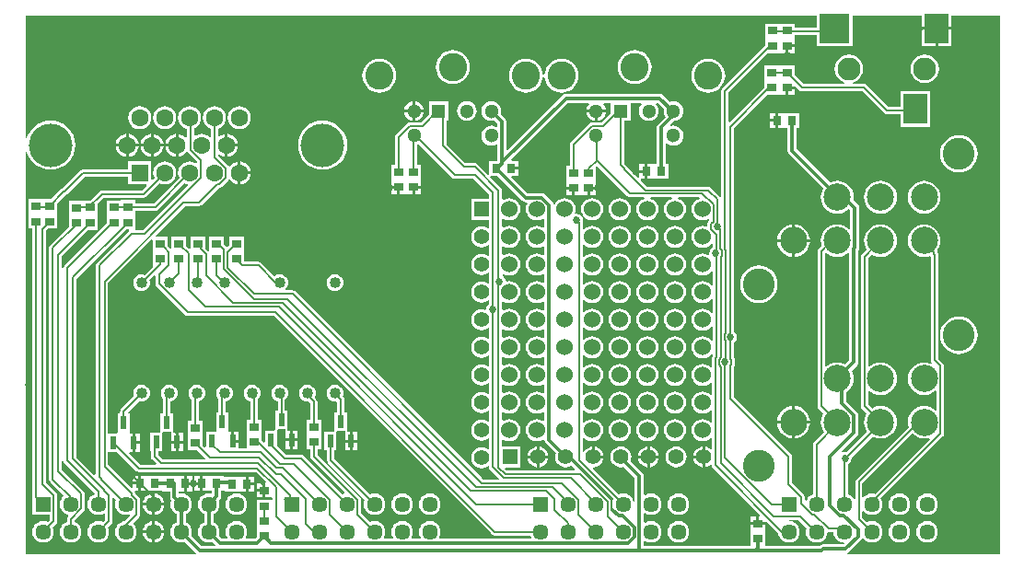
<source format=gtl>
%FSLAX25Y25*%
%MOIN*%
G70*
G01*
G75*
G04 Layer_Physical_Order=1*
G04 Layer_Color=255*
%ADD10R,0.03150X0.03347*%
%ADD11R,0.02362X0.04724*%
%ADD12R,0.03347X0.03150*%
%ADD13R,0.08661X0.11024*%
%ADD14R,0.11024X0.11024*%
%ADD15C,0.00600*%
%ADD16C,0.01200*%
%ADD17C,0.00800*%
%ADD18C,0.06000*%
%ADD19R,0.05500X0.05500*%
%ADD20C,0.05500*%
%ADD21R,0.05500X0.05500*%
%ADD22C,0.05700*%
%ADD23R,0.05700X0.05700*%
%ADD24C,0.10236*%
%ADD25C,0.05118*%
%ADD26R,0.05118X0.05118*%
%ADD27C,0.04000*%
%ADD28C,0.06299*%
%ADD29R,0.06299X0.06299*%
%ADD30C,0.15748*%
%ADD31C,0.11575*%
%ADD32C,0.09843*%
%ADD33C,0.08300*%
%ADD34C,0.02700*%
G36*
X324737Y45493D02*
X325639Y44753D01*
X326667Y44203D01*
X327783Y43864D01*
X328944Y43750D01*
X330105Y43864D01*
X330758Y44063D01*
X331015Y43634D01*
X311095Y23714D01*
X311005Y23751D01*
X310000Y23883D01*
X308995Y23751D01*
X308058Y23363D01*
X307254Y22746D01*
X307055Y22486D01*
X306581Y22647D01*
Y27551D01*
X324533Y45503D01*
X324737Y45493D01*
D02*
G37*
G36*
X49683Y115599D02*
Y111681D01*
X49683Y111681D01*
X49683Y111319D01*
X49683D01*
Y106169D01*
X49683Y106169D01*
X49683D01*
X49732Y106051D01*
X46728Y103046D01*
X46464Y103156D01*
X45680Y103259D01*
X44897Y103156D01*
X44168Y102854D01*
X43541Y102373D01*
X43060Y101746D01*
X42758Y101016D01*
X42654Y100233D01*
X42758Y99450D01*
X43060Y98720D01*
X43541Y98093D01*
X44168Y97613D01*
X44897Y97310D01*
X45680Y97207D01*
X46464Y97310D01*
X47193Y97613D01*
X47820Y98093D01*
X48301Y98720D01*
X48603Y99450D01*
X48706Y100233D01*
X48603Y101016D01*
X48557Y101127D01*
X50169Y102738D01*
X50630Y102547D01*
Y99856D01*
X50731Y99349D01*
X51019Y98919D01*
X51019Y98919D01*
X51019Y98919D01*
X61475Y88463D01*
X61905Y88175D01*
X62412Y88074D01*
X93607D01*
X172619Y9063D01*
X173049Y8775D01*
X173556Y8675D01*
X186382D01*
X186637Y8058D01*
X186659Y8030D01*
X186438Y7581D01*
X153562D01*
X153341Y8030D01*
X153363Y8058D01*
X153751Y8995D01*
X153883Y10000D01*
X153751Y11005D01*
X153363Y11942D01*
X152746Y12746D01*
X151942Y13363D01*
X151005Y13751D01*
X150000Y13883D01*
X148995Y13751D01*
X148058Y13363D01*
X147254Y12746D01*
X146637Y11942D01*
X146249Y11005D01*
X146117Y10000D01*
X146249Y8995D01*
X146637Y8058D01*
X146659Y8030D01*
X146438Y7581D01*
X143562D01*
X143341Y8030D01*
X143363Y8058D01*
X143751Y8995D01*
X143883Y10000D01*
X143751Y11005D01*
X143363Y11942D01*
X142746Y12746D01*
X141942Y13363D01*
X141005Y13751D01*
X140000Y13883D01*
X138995Y13751D01*
X138058Y13363D01*
X137254Y12746D01*
X136637Y11942D01*
X136249Y11005D01*
X136117Y10000D01*
X136249Y8995D01*
X136637Y8058D01*
X136659Y8030D01*
X136438Y7581D01*
X133562D01*
X133341Y8030D01*
X133363Y8058D01*
X133751Y8995D01*
X133883Y10000D01*
X133751Y11005D01*
X133363Y11942D01*
X132746Y12746D01*
X131942Y13363D01*
X131005Y13751D01*
X130000Y13883D01*
X128995Y13751D01*
X128379Y13496D01*
X125075Y16799D01*
Y21553D01*
X124975Y22061D01*
X124687Y22490D01*
X109281Y37896D01*
Y39869D01*
X110629D01*
Y45019D01*
D01*
Y45019D01*
X110629Y45019D01*
Y45381D01*
X110629D01*
Y50531D01*
X109281D01*
Y57100D01*
X109180Y57607D01*
X108893Y58037D01*
X108262Y58669D01*
X108301Y58720D01*
X108603Y59450D01*
X108706Y60233D01*
X108603Y61016D01*
X108301Y61746D01*
X107820Y62373D01*
X107193Y62854D01*
X106464Y63156D01*
X105680Y63259D01*
X104897Y63156D01*
X104167Y62854D01*
X103541Y62373D01*
X103060Y61746D01*
X102758Y61016D01*
X102655Y60233D01*
X102758Y59450D01*
X103060Y58720D01*
X103541Y58093D01*
X104167Y57613D01*
X104897Y57310D01*
X105680Y57207D01*
X105940Y57241D01*
X106630Y56551D01*
Y50531D01*
X105283D01*
Y45381D01*
X105283Y45381D01*
X105283Y45019D01*
X105283D01*
Y39869D01*
X106630D01*
Y37347D01*
X106731Y36840D01*
X107019Y36410D01*
X107019Y36410D01*
X107019Y36410D01*
X119199Y24230D01*
X119038Y23757D01*
X118995Y23751D01*
X118379Y23496D01*
X104337Y37537D01*
X103907Y37825D01*
X103400Y37925D01*
X98005D01*
X94697Y41234D01*
Y46719D01*
X94697D01*
Y46727D01*
X95050Y47081D01*
X97815D01*
Y46719D01*
X97815D01*
Y43857D01*
X99496D01*
Y46719D01*
X98437D01*
Y47081D01*
X98437D01*
Y53806D01*
X97581D01*
Y57910D01*
X97820Y58093D01*
X98301Y58720D01*
X98603Y59450D01*
X98706Y60233D01*
X98603Y61016D01*
X98301Y61746D01*
X97820Y62373D01*
X97193Y62854D01*
X96464Y63156D01*
X95680Y63259D01*
X94897Y63156D01*
X94168Y62854D01*
X93541Y62373D01*
X93060Y61746D01*
X92758Y61016D01*
X92655Y60233D01*
X92758Y59450D01*
X93060Y58720D01*
X93541Y58093D01*
X94168Y57613D01*
X94897Y57310D01*
X94930Y57306D01*
Y53806D01*
X94075D01*
Y47081D01*
X94075D01*
Y47072D01*
X93721Y46719D01*
X90335D01*
Y42449D01*
X89873Y42258D01*
X89029Y43101D01*
Y45119D01*
D01*
Y45119D01*
X89029Y45119D01*
Y45481D01*
X89029D01*
Y50631D01*
X87681D01*
Y57987D01*
X87820Y58093D01*
X88301Y58720D01*
X88603Y59450D01*
X88706Y60233D01*
X88603Y61016D01*
X88301Y61746D01*
X87820Y62373D01*
X87193Y62854D01*
X86464Y63156D01*
X85680Y63259D01*
X84897Y63156D01*
X84167Y62854D01*
X83541Y62373D01*
X83060Y61746D01*
X82758Y61016D01*
X82655Y60233D01*
X82758Y59450D01*
X83060Y58720D01*
X83541Y58093D01*
X84167Y57613D01*
X84897Y57310D01*
X85030Y57293D01*
Y50631D01*
X83683D01*
Y45481D01*
X83683Y45481D01*
X83683Y45119D01*
X83683D01*
Y40126D01*
X80821D01*
Y42257D01*
X78640D01*
Y42757D01*
X78140D01*
Y46119D01*
X77081D01*
Y46481D01*
X77081D01*
Y53206D01*
X76226D01*
Y57279D01*
X76464Y57310D01*
X77193Y57613D01*
X77820Y58093D01*
X78301Y58720D01*
X78603Y59450D01*
X78706Y60233D01*
X78603Y61016D01*
X78301Y61746D01*
X77820Y62373D01*
X77193Y62854D01*
X76464Y63156D01*
X75680Y63259D01*
X74897Y63156D01*
X74168Y62854D01*
X73541Y62373D01*
X73060Y61746D01*
X72758Y61016D01*
X72654Y60233D01*
X72758Y59450D01*
X73060Y58720D01*
X73541Y58093D01*
X73575Y58068D01*
Y53206D01*
X72719D01*
Y46481D01*
X72719D01*
Y46472D01*
X72365Y46119D01*
X68979D01*
Y40849D01*
X68517Y40658D01*
X67829Y41345D01*
Y44719D01*
D01*
Y44719D01*
X67829Y44719D01*
Y45081D01*
X67829D01*
Y50231D01*
X66481D01*
Y57318D01*
X67193Y57613D01*
X67820Y58093D01*
X68301Y58720D01*
X68603Y59450D01*
X68706Y60233D01*
X68603Y61016D01*
X68301Y61746D01*
X67820Y62373D01*
X67193Y62854D01*
X66464Y63156D01*
X65680Y63259D01*
X64897Y63156D01*
X64167Y62854D01*
X63541Y62373D01*
X63060Y61746D01*
X62758Y61016D01*
X62655Y60233D01*
X62758Y59450D01*
X63060Y58720D01*
X63541Y58093D01*
X63830Y57871D01*
Y50231D01*
X62483D01*
Y45081D01*
X62483Y45081D01*
X62483Y44719D01*
X62483D01*
Y39569D01*
X65856D01*
X68838Y36587D01*
X68647Y36125D01*
X53405D01*
X51781Y37749D01*
Y39195D01*
X53197D01*
Y45919D01*
X53197D01*
Y45928D01*
X53550Y46281D01*
X56315D01*
Y45919D01*
X56315D01*
Y43057D01*
X57996D01*
Y45919D01*
X56937D01*
Y46281D01*
X56937D01*
Y53005D01*
X56081D01*
Y57260D01*
X56464Y57310D01*
X57193Y57613D01*
X57820Y58093D01*
X58301Y58720D01*
X58603Y59450D01*
X58706Y60233D01*
X58603Y61016D01*
X58301Y61746D01*
X57820Y62373D01*
X57193Y62854D01*
X56464Y63156D01*
X55680Y63259D01*
X54897Y63156D01*
X54167Y62854D01*
X53541Y62373D01*
X53060Y61746D01*
X52758Y61016D01*
X52654Y60233D01*
X52758Y59450D01*
X53060Y58720D01*
X53430Y58237D01*
Y53005D01*
X52575D01*
Y46281D01*
X52575D01*
Y46272D01*
X52221Y45919D01*
X48835D01*
Y39195D01*
X49130D01*
Y37200D01*
X49231Y36693D01*
X49519Y36263D01*
X49519Y36263D01*
X49519Y36263D01*
X50994Y34787D01*
X50803Y34326D01*
X45322D01*
X41114Y38533D01*
X41306Y38995D01*
X42396D01*
Y42357D01*
Y45719D01*
X41337D01*
Y46081D01*
X41337D01*
Y52806D01*
X40989D01*
X40798Y53267D01*
X44857Y57327D01*
X44897Y57310D01*
X45680Y57207D01*
X46464Y57310D01*
X47193Y57613D01*
X47820Y58093D01*
X48301Y58720D01*
X48603Y59450D01*
X48706Y60233D01*
X48603Y61016D01*
X48301Y61746D01*
X47820Y62373D01*
X47193Y62854D01*
X46464Y63156D01*
X45680Y63259D01*
X44897Y63156D01*
X44168Y62854D01*
X43541Y62373D01*
X43060Y61746D01*
X42758Y61016D01*
X42654Y60233D01*
X42758Y59450D01*
X42896Y59115D01*
X38219Y54437D01*
X37931Y54007D01*
X37830Y53500D01*
Y52806D01*
X36975D01*
Y46081D01*
X36975D01*
Y46072D01*
X36621Y45719D01*
X33581D01*
Y100151D01*
X49221Y115790D01*
X49683Y115599D01*
D02*
G37*
G36*
X215523Y161497D02*
X212310Y158284D01*
X208752D01*
X208244Y158184D01*
X207814Y157896D01*
X201063Y151145D01*
X200775Y150715D01*
X200675Y150208D01*
Y142631D01*
X199327D01*
Y137481D01*
X199327Y137481D01*
X199327Y137119D01*
X199327D01*
Y135044D01*
X202000D01*
Y134544D01*
X202500D01*
Y131969D01*
X204473D01*
X204473Y131969D01*
Y131969D01*
X204673Y131969D01*
X204750D01*
X204827D01*
X205027Y131969D01*
X205027Y131969D01*
Y131969D01*
X207000D01*
Y134544D01*
X207500D01*
Y135044D01*
X210173D01*
Y137119D01*
D01*
Y137119D01*
X210173Y137119D01*
Y137481D01*
X210173D01*
Y142199D01*
X210528Y142553D01*
X221519Y131563D01*
X221949Y131275D01*
X222456Y131175D01*
X227583D01*
X227680Y130684D01*
X226739Y130294D01*
X225903Y129653D01*
X225262Y128817D01*
X224859Y127844D01*
X224721Y126800D01*
X224859Y125756D01*
X225262Y124783D01*
X225903Y123947D01*
X226739Y123306D01*
X227712Y122903D01*
X228756Y122766D01*
X229800Y122903D01*
X230773Y123306D01*
X231609Y123947D01*
X232250Y124783D01*
X232653Y125756D01*
X232790Y126800D01*
X232653Y127844D01*
X232250Y128817D01*
X231609Y129653D01*
X230773Y130294D01*
X229831Y130684D01*
X229929Y131175D01*
X237583D01*
X237681Y130684D01*
X236739Y130294D01*
X235903Y129653D01*
X235262Y128817D01*
X234859Y127844D01*
X234721Y126800D01*
X234859Y125756D01*
X235262Y124783D01*
X235903Y123947D01*
X236739Y123306D01*
X237712Y122903D01*
X238756Y122766D01*
X239800Y122903D01*
X240773Y123306D01*
X241609Y123947D01*
X242250Y124783D01*
X242653Y125756D01*
X242790Y126800D01*
X242653Y127844D01*
X242250Y128817D01*
X241609Y129653D01*
X240773Y130294D01*
X239831Y130684D01*
X239929Y131175D01*
X247583D01*
X247680Y130684D01*
X246739Y130294D01*
X245903Y129653D01*
X245262Y128817D01*
X244859Y127844D01*
X244721Y126800D01*
X244859Y125756D01*
X245262Y124783D01*
X245903Y123947D01*
X246739Y123306D01*
X247712Y122903D01*
X248756Y122766D01*
X249800Y122903D01*
X250773Y123306D01*
X250882Y123389D01*
X251104Y123280D01*
X251186Y122786D01*
X250769Y122369D01*
X250481Y121939D01*
X250380Y121432D01*
Y120907D01*
X249965Y120629D01*
X249800Y120697D01*
X248756Y120835D01*
X247712Y120697D01*
X246739Y120294D01*
X245903Y119653D01*
X245262Y118817D01*
X244859Y117844D01*
X244721Y116800D01*
X244859Y115756D01*
X245262Y114783D01*
X245903Y113947D01*
X246739Y113306D01*
X247712Y112903D01*
X248756Y112766D01*
X249800Y112903D01*
X250773Y113306D01*
X251609Y113947D01*
X251957Y114401D01*
X252430Y114240D01*
Y112874D01*
X251862Y112494D01*
X251342Y111717D01*
X251160Y110800D01*
X251210Y110549D01*
X250785Y110285D01*
X250773Y110294D01*
X249800Y110697D01*
X248756Y110835D01*
X247712Y110697D01*
X246739Y110294D01*
X245903Y109653D01*
X245262Y108817D01*
X244859Y107844D01*
X244721Y106800D01*
X244859Y105756D01*
X245262Y104783D01*
X245903Y103947D01*
X246739Y103306D01*
X247712Y102903D01*
X248756Y102766D01*
X249800Y102903D01*
X250773Y103306D01*
X251609Y103947D01*
X251957Y104401D01*
X252430Y104240D01*
Y99360D01*
X251957Y99199D01*
X251609Y99653D01*
X250773Y100294D01*
X249800Y100697D01*
X248756Y100835D01*
X247712Y100697D01*
X246739Y100294D01*
X245903Y99653D01*
X245262Y98817D01*
X244859Y97844D01*
X244721Y96800D01*
X244859Y95756D01*
X245262Y94783D01*
X245903Y93947D01*
X246739Y93306D01*
X247712Y92903D01*
X248756Y92765D01*
X249800Y92903D01*
X250773Y93306D01*
X251609Y93947D01*
X251957Y94401D01*
X252430Y94240D01*
Y89360D01*
X251957Y89199D01*
X251609Y89653D01*
X250773Y90294D01*
X249800Y90697D01*
X248756Y90834D01*
X247712Y90697D01*
X246739Y90294D01*
X245903Y89653D01*
X245262Y88817D01*
X244859Y87844D01*
X244721Y86800D01*
X244859Y85756D01*
X245262Y84783D01*
X245903Y83947D01*
X246739Y83306D01*
X247712Y82903D01*
X248756Y82766D01*
X249800Y82903D01*
X250773Y83306D01*
X251609Y83947D01*
X251957Y84401D01*
X252430Y84240D01*
Y79360D01*
X251957Y79199D01*
X251609Y79653D01*
X250773Y80294D01*
X249800Y80697D01*
X248756Y80835D01*
X247712Y80697D01*
X246739Y80294D01*
X245903Y79653D01*
X245262Y78817D01*
X244859Y77844D01*
X244721Y76800D01*
X244859Y75756D01*
X245262Y74783D01*
X245903Y73947D01*
X246739Y73306D01*
X247712Y72903D01*
X248756Y72765D01*
X249800Y72903D01*
X250773Y73306D01*
X251609Y73947D01*
X251957Y74401D01*
X252430Y74240D01*
Y73709D01*
X252181Y73336D01*
X252080Y72829D01*
Y69813D01*
X251609Y69653D01*
X250773Y70294D01*
X249800Y70697D01*
X248756Y70834D01*
X247712Y70697D01*
X246739Y70294D01*
X245903Y69653D01*
X245262Y68817D01*
X244859Y67844D01*
X244721Y66800D01*
X244859Y65756D01*
X245262Y64783D01*
X245903Y63947D01*
X246739Y63306D01*
X247712Y62903D01*
X248756Y62766D01*
X249800Y62903D01*
X250773Y63306D01*
X251609Y63947D01*
X252080Y63787D01*
Y59813D01*
X251609Y59653D01*
X250773Y60294D01*
X249800Y60697D01*
X248756Y60834D01*
X247712Y60697D01*
X246739Y60294D01*
X245903Y59653D01*
X245262Y58817D01*
X244859Y57844D01*
X244721Y56800D01*
X244859Y55756D01*
X245262Y54783D01*
X245903Y53947D01*
X246739Y53306D01*
X247712Y52903D01*
X248756Y52766D01*
X249800Y52903D01*
X250773Y53306D01*
X251609Y53947D01*
X252080Y53787D01*
Y49813D01*
X251609Y49653D01*
X250773Y50294D01*
X249800Y50697D01*
X248756Y50835D01*
X247712Y50697D01*
X246739Y50294D01*
X245903Y49653D01*
X245262Y48817D01*
X244859Y47844D01*
X244721Y46800D01*
X244859Y45756D01*
X245262Y44783D01*
X245903Y43947D01*
X246739Y43306D01*
X247712Y42903D01*
X248756Y42766D01*
X249800Y42903D01*
X250773Y43306D01*
X251609Y43947D01*
X252080Y43787D01*
Y40148D01*
X251632Y39927D01*
X251047Y40376D01*
X250135Y40753D01*
X249656Y40817D01*
Y37100D01*
Y33384D01*
X250135Y33446D01*
X251047Y33824D01*
X251471Y34150D01*
X251936Y34150D01*
X252092Y34091D01*
X252181Y33643D01*
X252469Y33213D01*
X269589Y16093D01*
X269397Y15631D01*
X269156D01*
Y13556D01*
X271329D01*
Y13699D01*
X271791Y13890D01*
X276183Y9499D01*
X276249Y8995D01*
X276637Y8058D01*
X277254Y7254D01*
X278058Y6637D01*
X278995Y6249D01*
X280000Y6117D01*
X281005Y6249D01*
X281942Y6637D01*
X282746Y7254D01*
X283363Y8058D01*
X283751Y8995D01*
X283883Y10000D01*
X283751Y11005D01*
X283363Y11942D01*
X282746Y12746D01*
X281942Y13363D01*
X281005Y13751D01*
X280058Y13876D01*
X280091Y14375D01*
X283407D01*
X286403Y11378D01*
X286249Y11005D01*
X286117Y10000D01*
X286249Y8995D01*
X286637Y8058D01*
X287254Y7254D01*
X288058Y6637D01*
X288995Y6249D01*
X290000Y6117D01*
X291005Y6249D01*
X291942Y6637D01*
X292746Y7254D01*
X293363Y8058D01*
X293751Y8995D01*
X293817Y9500D01*
X294224Y9791D01*
X294306Y9775D01*
X296146D01*
X296249Y8995D01*
X296637Y8058D01*
X297254Y7254D01*
X298058Y6637D01*
X298995Y6249D01*
X299851Y6136D01*
X299952Y5838D01*
X299661Y5431D01*
X292356D01*
X291732Y5307D01*
X291202Y4953D01*
X291080Y4831D01*
X271329D01*
Y4969D01*
X271329D01*
Y10119D01*
D01*
Y10119D01*
X271329Y10119D01*
Y10481D01*
X271329D01*
Y12556D01*
X265983D01*
Y10481D01*
X265983Y10481D01*
X265983Y10119D01*
X265983D01*
Y4969D01*
D01*
Y4969D01*
X265845Y4831D01*
X227387D01*
Y6587D01*
X227836Y6808D01*
X228058Y6637D01*
X228995Y6249D01*
X230000Y6117D01*
X231005Y6249D01*
X231942Y6637D01*
X232746Y7254D01*
X233363Y8058D01*
X233751Y8995D01*
X233883Y10000D01*
X233751Y11005D01*
X233363Y11942D01*
X232746Y12746D01*
X231942Y13363D01*
X231005Y13751D01*
X230000Y13883D01*
X228995Y13751D01*
X228058Y13363D01*
X227930Y13264D01*
X227481Y13485D01*
Y16515D01*
X227930Y16736D01*
X228058Y16637D01*
X228995Y16249D01*
X230000Y16117D01*
X231005Y16249D01*
X231942Y16637D01*
X232746Y17254D01*
X233363Y18058D01*
X233751Y18995D01*
X233883Y20000D01*
X233751Y21005D01*
X233363Y21942D01*
X232746Y22746D01*
X231942Y23363D01*
X231005Y23751D01*
X230000Y23883D01*
X228995Y23751D01*
X228058Y23363D01*
X227930Y23264D01*
X227481Y23485D01*
Y30106D01*
X227357Y30730D01*
X227004Y31259D01*
X222614Y35649D01*
X222809Y36121D01*
X222938Y37100D01*
X222809Y38079D01*
X222431Y38991D01*
X221830Y39775D01*
X221047Y40376D01*
X220135Y40753D01*
X219156Y40882D01*
X218177Y40753D01*
X217265Y40376D01*
X216481Y39775D01*
X215880Y38991D01*
X215502Y38079D01*
X215373Y37100D01*
X215502Y36121D01*
X215880Y35209D01*
X216481Y34426D01*
X217265Y33824D01*
X218177Y33446D01*
X219156Y33318D01*
X220135Y33446D01*
X220182Y33466D01*
X224219Y29430D01*
Y21157D01*
X223728Y21060D01*
X223363Y21942D01*
X222746Y22746D01*
X221942Y23363D01*
X221005Y23751D01*
X220000Y23883D01*
X218995Y23751D01*
X218379Y23496D01*
X209026Y32848D01*
X209187Y33322D01*
X210135Y33446D01*
X211047Y33824D01*
X211830Y34426D01*
X212432Y35209D01*
X212809Y36121D01*
X212872Y36600D01*
X209156D01*
Y37100D01*
X208656D01*
Y40817D01*
X208177Y40753D01*
X207265Y40376D01*
X206481Y39775D01*
X205880Y38991D01*
X205872Y38971D01*
X205381Y39068D01*
Y43849D01*
X205855Y44010D01*
X205903Y43947D01*
X206739Y43306D01*
X207712Y42903D01*
X208756Y42766D01*
X209800Y42903D01*
X210773Y43306D01*
X211609Y43947D01*
X212250Y44783D01*
X212653Y45756D01*
X212790Y46800D01*
X212653Y47844D01*
X212250Y48817D01*
X211609Y49653D01*
X210773Y50294D01*
X209800Y50697D01*
X208756Y50835D01*
X207712Y50697D01*
X206739Y50294D01*
X205903Y49653D01*
X205855Y49590D01*
X205381Y49751D01*
Y53849D01*
X205855Y54010D01*
X205903Y53947D01*
X206739Y53306D01*
X207712Y52903D01*
X208756Y52766D01*
X209800Y52903D01*
X210773Y53306D01*
X211609Y53947D01*
X212250Y54783D01*
X212653Y55756D01*
X212790Y56800D01*
X212653Y57844D01*
X212250Y58817D01*
X211609Y59653D01*
X210773Y60294D01*
X209800Y60697D01*
X208756Y60834D01*
X207712Y60697D01*
X206739Y60294D01*
X205903Y59653D01*
X205855Y59590D01*
X205381Y59751D01*
Y63849D01*
X205855Y64010D01*
X205903Y63947D01*
X206739Y63306D01*
X207712Y62903D01*
X208756Y62766D01*
X209800Y62903D01*
X210773Y63306D01*
X211609Y63947D01*
X212250Y64783D01*
X212653Y65756D01*
X212790Y66800D01*
X212653Y67844D01*
X212250Y68817D01*
X211609Y69653D01*
X210773Y70294D01*
X209800Y70697D01*
X208756Y70834D01*
X207712Y70697D01*
X206739Y70294D01*
X205903Y69653D01*
X205855Y69590D01*
X205381Y69751D01*
Y73849D01*
X205855Y74010D01*
X205903Y73947D01*
X206739Y73306D01*
X207712Y72903D01*
X208756Y72765D01*
X209800Y72903D01*
X210773Y73306D01*
X211609Y73947D01*
X212250Y74783D01*
X212653Y75756D01*
X212790Y76800D01*
X212653Y77844D01*
X212250Y78817D01*
X211609Y79653D01*
X210773Y80294D01*
X209800Y80697D01*
X208756Y80835D01*
X207712Y80697D01*
X206739Y80294D01*
X205903Y79653D01*
X205855Y79590D01*
X205381Y79751D01*
Y83849D01*
X205855Y84010D01*
X205903Y83947D01*
X206739Y83306D01*
X207712Y82903D01*
X208756Y82766D01*
X209800Y82903D01*
X210773Y83306D01*
X211609Y83947D01*
X212250Y84783D01*
X212653Y85756D01*
X212790Y86800D01*
X212653Y87844D01*
X212250Y88817D01*
X211609Y89653D01*
X210773Y90294D01*
X209800Y90697D01*
X208756Y90834D01*
X207712Y90697D01*
X206739Y90294D01*
X205903Y89653D01*
X205855Y89590D01*
X205381Y89751D01*
Y93849D01*
X205855Y94010D01*
X205903Y93947D01*
X206739Y93306D01*
X207712Y92903D01*
X208756Y92765D01*
X209800Y92903D01*
X210773Y93306D01*
X211609Y93947D01*
X212250Y94783D01*
X212653Y95756D01*
X212790Y96800D01*
X212653Y97844D01*
X212250Y98817D01*
X211609Y99653D01*
X210773Y100294D01*
X209800Y100697D01*
X208756Y100835D01*
X207712Y100697D01*
X206739Y100294D01*
X205903Y99653D01*
X205855Y99590D01*
X205381Y99751D01*
Y103849D01*
X205855Y104010D01*
X205903Y103947D01*
X206739Y103306D01*
X207712Y102903D01*
X208756Y102766D01*
X209800Y102903D01*
X210773Y103306D01*
X211609Y103947D01*
X212250Y104783D01*
X212653Y105756D01*
X212790Y106800D01*
X212653Y107844D01*
X212250Y108817D01*
X211609Y109653D01*
X210773Y110294D01*
X209800Y110697D01*
X208756Y110835D01*
X207712Y110697D01*
X206739Y110294D01*
X205903Y109653D01*
X205855Y109590D01*
X205381Y109751D01*
Y113849D01*
X205855Y114010D01*
X205903Y113947D01*
X206739Y113306D01*
X207712Y112903D01*
X208756Y112766D01*
X209800Y112903D01*
X210773Y113306D01*
X211609Y113947D01*
X212250Y114783D01*
X212653Y115756D01*
X212790Y116800D01*
X212653Y117844D01*
X212250Y118817D01*
X211609Y119653D01*
X210773Y120294D01*
X209800Y120697D01*
X208756Y120835D01*
X207712Y120697D01*
X206739Y120294D01*
X205903Y119653D01*
X205855Y119590D01*
X205381Y119751D01*
Y121900D01*
X205377Y121921D01*
X205552Y122800D01*
X205369Y123717D01*
X204850Y124494D01*
X204073Y125014D01*
X203156Y125196D01*
X202875Y125140D01*
X202558Y125527D01*
X202653Y125756D01*
X202790Y126800D01*
X202653Y127844D01*
X202250Y128817D01*
X201609Y129653D01*
X200773Y130294D01*
X199800Y130697D01*
X198756Y130834D01*
X197712Y130697D01*
X196739Y130294D01*
X195903Y129653D01*
X195262Y128817D01*
X195180Y128619D01*
X194682Y128667D01*
X194613Y129014D01*
X194259Y129543D01*
X191649Y132153D01*
X191120Y132507D01*
X190496Y132631D01*
X185376D01*
X179442Y138565D01*
X179634Y139027D01*
X182087D01*
Y141200D01*
X179512D01*
Y142200D01*
X182087D01*
Y144373D01*
X179634D01*
X179442Y144835D01*
X199976Y165369D01*
X207413D01*
X207634Y164920D01*
X207075Y164192D01*
X206717Y163327D01*
X206660Y162898D01*
X213708D01*
X213652Y163327D01*
X213293Y164192D01*
X212735Y164920D01*
X212956Y165369D01*
X215523D01*
Y161497D01*
D02*
G37*
G36*
X61948Y135957D02*
X62263Y135916D01*
X62424Y135442D01*
X46207Y119226D01*
X45059D01*
X44556Y119325D01*
X43473D01*
Y119469D01*
X43473D01*
Y124619D01*
D01*
Y124619D01*
X43473Y124619D01*
Y124981D01*
X43473D01*
Y126230D01*
X50612D01*
X51119Y126331D01*
X51549Y126619D01*
X51549Y126619D01*
X51549Y126619D01*
X61198Y136268D01*
X61948Y135957D01*
D02*
G37*
G36*
X41099Y118991D02*
X41019Y118937D01*
X29419Y107337D01*
X29131Y106907D01*
X29030Y106400D01*
Y30753D01*
X28569Y30562D01*
X22081Y37049D01*
Y101551D01*
X40000Y119469D01*
X40954D01*
X41099Y118991D01*
D02*
G37*
G36*
X183546Y129847D02*
X184076Y129493D01*
X184700Y129369D01*
X184700Y129369D01*
X185120D01*
X185341Y128920D01*
X185262Y128817D01*
X184859Y127844D01*
X184721Y126800D01*
X184859Y125756D01*
X185262Y124783D01*
X185903Y123947D01*
X186739Y123306D01*
X187712Y122903D01*
X188756Y122766D01*
X189800Y122903D01*
X190773Y123306D01*
X191026Y123500D01*
X191474Y123279D01*
Y120321D01*
X191026Y120100D01*
X190773Y120294D01*
X189800Y120697D01*
X188756Y120835D01*
X187712Y120697D01*
X186739Y120294D01*
X185903Y119653D01*
X185262Y118817D01*
X184859Y117844D01*
X184721Y116800D01*
X184859Y115756D01*
X185262Y114783D01*
X185903Y113947D01*
X186739Y113306D01*
X187712Y112903D01*
X188756Y112766D01*
X189800Y112903D01*
X190773Y113306D01*
X191026Y113500D01*
X191474Y113279D01*
Y110321D01*
X191026Y110100D01*
X190773Y110294D01*
X189800Y110697D01*
X188756Y110835D01*
X187712Y110697D01*
X186739Y110294D01*
X185903Y109653D01*
X185262Y108817D01*
X184859Y107844D01*
X184721Y106800D01*
X184859Y105756D01*
X185262Y104783D01*
X185903Y103947D01*
X186739Y103306D01*
X187712Y102903D01*
X188756Y102766D01*
X189800Y102903D01*
X190773Y103306D01*
X191026Y103500D01*
X191474Y103279D01*
Y100321D01*
X191026Y100100D01*
X190773Y100294D01*
X189800Y100697D01*
X188756Y100835D01*
X187712Y100697D01*
X186739Y100294D01*
X185903Y99653D01*
X185262Y98817D01*
X184859Y97844D01*
X184721Y96800D01*
X184859Y95756D01*
X185262Y94783D01*
X185903Y93947D01*
X186739Y93306D01*
X187712Y92903D01*
X188756Y92765D01*
X189800Y92903D01*
X190773Y93306D01*
X191026Y93500D01*
X191474Y93279D01*
Y90321D01*
X191026Y90100D01*
X190773Y90294D01*
X189800Y90697D01*
X188756Y90834D01*
X187712Y90697D01*
X186739Y90294D01*
X185903Y89653D01*
X185262Y88817D01*
X184859Y87844D01*
X184721Y86800D01*
X184859Y85756D01*
X185262Y84783D01*
X185903Y83947D01*
X186739Y83306D01*
X187712Y82903D01*
X188756Y82766D01*
X189800Y82903D01*
X190773Y83306D01*
X191026Y83500D01*
X191474Y83279D01*
Y80321D01*
X191026Y80100D01*
X190773Y80294D01*
X189800Y80697D01*
X188756Y80835D01*
X187712Y80697D01*
X186739Y80294D01*
X185903Y79653D01*
X185262Y78817D01*
X184859Y77844D01*
X184721Y76800D01*
X184859Y75756D01*
X185262Y74783D01*
X185903Y73947D01*
X186739Y73306D01*
X187712Y72903D01*
X188756Y72765D01*
X189800Y72903D01*
X190773Y73306D01*
X191026Y73500D01*
X191474Y73279D01*
Y70321D01*
X191026Y70100D01*
X190773Y70294D01*
X189800Y70697D01*
X188756Y70834D01*
X187712Y70697D01*
X186739Y70294D01*
X185903Y69653D01*
X185262Y68817D01*
X184859Y67844D01*
X184721Y66800D01*
X184859Y65756D01*
X185262Y64783D01*
X185903Y63947D01*
X186739Y63306D01*
X187712Y62903D01*
X188756Y62766D01*
X189800Y62903D01*
X190773Y63306D01*
X191026Y63500D01*
X191474Y63279D01*
Y60321D01*
X191026Y60100D01*
X190773Y60294D01*
X189800Y60697D01*
X188756Y60834D01*
X187712Y60697D01*
X186739Y60294D01*
X185903Y59653D01*
X185262Y58817D01*
X184859Y57844D01*
X184721Y56800D01*
X184859Y55756D01*
X185262Y54783D01*
X185903Y53947D01*
X186739Y53306D01*
X187712Y52903D01*
X188756Y52766D01*
X189800Y52903D01*
X190773Y53306D01*
X191026Y53500D01*
X191474Y53279D01*
Y50321D01*
X191026Y50100D01*
X190773Y50294D01*
X189800Y50697D01*
X188756Y50835D01*
X187712Y50697D01*
X186739Y50294D01*
X185903Y49653D01*
X185262Y48817D01*
X184859Y47844D01*
X184721Y46800D01*
X184859Y45756D01*
X185262Y44783D01*
X185903Y43947D01*
X186739Y43306D01*
X187712Y42903D01*
X188756Y42766D01*
X189800Y42903D01*
X190773Y43306D01*
X191026Y43500D01*
X191474Y43279D01*
Y43250D01*
X191599Y42626D01*
X191952Y42096D01*
X195639Y38410D01*
X195502Y38079D01*
X195373Y37100D01*
X195502Y36121D01*
X195880Y35209D01*
X196481Y34426D01*
X197265Y33824D01*
X198177Y33446D01*
X199156Y33318D01*
X200135Y33446D01*
X201047Y33824D01*
X201261Y33988D01*
X202561Y32687D01*
X202370Y32225D01*
X177805D01*
X177142Y32888D01*
X177334Y33350D01*
X182906D01*
Y40850D01*
X176181D01*
Y43168D01*
X176630Y43389D01*
X176739Y43306D01*
X177712Y42903D01*
X178756Y42766D01*
X179800Y42903D01*
X180773Y43306D01*
X181609Y43947D01*
X182250Y44783D01*
X182653Y45756D01*
X182790Y46800D01*
X182653Y47844D01*
X182250Y48817D01*
X181609Y49653D01*
X180773Y50294D01*
X179800Y50697D01*
X178756Y50835D01*
X177712Y50697D01*
X176739Y50294D01*
X176630Y50210D01*
X176181Y50432D01*
Y53168D01*
X176630Y53390D01*
X176739Y53306D01*
X177712Y52903D01*
X178756Y52766D01*
X179800Y52903D01*
X180773Y53306D01*
X181609Y53947D01*
X182250Y54783D01*
X182653Y55756D01*
X182790Y56800D01*
X182653Y57844D01*
X182250Y58817D01*
X181609Y59653D01*
X180773Y60294D01*
X179800Y60697D01*
X178756Y60834D01*
X177712Y60697D01*
X176739Y60294D01*
X176630Y60211D01*
X176181Y60432D01*
Y63168D01*
X176630Y63389D01*
X176739Y63306D01*
X177712Y62903D01*
X178756Y62766D01*
X179800Y62903D01*
X180773Y63306D01*
X181609Y63947D01*
X182250Y64783D01*
X182653Y65756D01*
X182790Y66800D01*
X182653Y67844D01*
X182250Y68817D01*
X181609Y69653D01*
X180773Y70294D01*
X179800Y70697D01*
X178756Y70834D01*
X177712Y70697D01*
X176739Y70294D01*
X176630Y70210D01*
X176181Y70432D01*
Y73168D01*
X176630Y73390D01*
X176739Y73306D01*
X177712Y72903D01*
X178756Y72765D01*
X179800Y72903D01*
X180773Y73306D01*
X181609Y73947D01*
X182250Y74783D01*
X182653Y75756D01*
X182790Y76800D01*
X182653Y77844D01*
X182250Y78817D01*
X181609Y79653D01*
X180773Y80294D01*
X179800Y80697D01*
X178756Y80835D01*
X177712Y80697D01*
X176739Y80294D01*
X176630Y80211D01*
X176181Y80432D01*
Y83168D01*
X176630Y83390D01*
X176739Y83306D01*
X177712Y82903D01*
X178756Y82766D01*
X179800Y82903D01*
X180773Y83306D01*
X181609Y83947D01*
X182250Y84783D01*
X182653Y85756D01*
X182790Y86800D01*
X182653Y87844D01*
X182250Y88817D01*
X181609Y89653D01*
X180773Y90294D01*
X179800Y90697D01*
X178756Y90834D01*
X177712Y90697D01*
X176739Y90294D01*
X176680Y90249D01*
X176231Y90470D01*
Y91632D01*
X176181Y91883D01*
Y93168D01*
X176630Y93389D01*
X176739Y93306D01*
X177712Y92903D01*
X178756Y92765D01*
X179800Y92903D01*
X180773Y93306D01*
X181609Y93947D01*
X182250Y94783D01*
X182653Y95756D01*
X182790Y96800D01*
X182653Y97844D01*
X182250Y98817D01*
X181609Y99653D01*
X180773Y100294D01*
X179800Y100697D01*
X178756Y100835D01*
X177712Y100697D01*
X177406Y101436D01*
X177370Y101617D01*
X176850Y102394D01*
X176315Y102752D01*
X176348Y103251D01*
X176630Y103390D01*
X176739Y103306D01*
X177712Y102903D01*
X178756Y102766D01*
X179800Y102903D01*
X180773Y103306D01*
X181609Y103947D01*
X182250Y104783D01*
X182653Y105756D01*
X182790Y106800D01*
X182653Y107844D01*
X182250Y108817D01*
X181609Y109653D01*
X180773Y110294D01*
X179800Y110697D01*
X178756Y110835D01*
X177712Y110697D01*
X176739Y110294D01*
X176630Y110211D01*
X176181Y110432D01*
Y113168D01*
X176630Y113390D01*
X176739Y113306D01*
X177712Y112903D01*
X178756Y112766D01*
X179800Y112903D01*
X180773Y113306D01*
X181609Y113947D01*
X182250Y114783D01*
X182653Y115756D01*
X182790Y116800D01*
X182653Y117844D01*
X182250Y118817D01*
X181609Y119653D01*
X180773Y120294D01*
X179800Y120697D01*
X178756Y120835D01*
X177712Y120697D01*
X176739Y120294D01*
X176630Y120211D01*
X176181Y120432D01*
Y123168D01*
X176630Y123389D01*
X176739Y123306D01*
X177712Y122903D01*
X178756Y122766D01*
X179800Y122903D01*
X180773Y123306D01*
X181609Y123947D01*
X182250Y124783D01*
X182653Y125756D01*
X182790Y126800D01*
X182653Y127844D01*
X182250Y128817D01*
X181609Y129653D01*
X180773Y130294D01*
X179800Y130697D01*
X178756Y130834D01*
X177712Y130697D01*
X176739Y130294D01*
X176630Y130210D01*
X176181Y130432D01*
Y133600D01*
X176081Y134107D01*
X175793Y134537D01*
X171766Y138565D01*
X171957Y139027D01*
X174366D01*
X183546Y129847D01*
D02*
G37*
G36*
X356256Y194300D02*
Y1800D01*
X301178D01*
X301080Y2293D01*
X301609Y2647D01*
X301609Y2647D01*
X301609Y2647D01*
X306109Y7147D01*
X306442Y7645D01*
X306594Y7650D01*
X307015Y7566D01*
X307254Y7254D01*
X308058Y6637D01*
X308995Y6249D01*
X310000Y6117D01*
X311005Y6249D01*
X311942Y6637D01*
X312746Y7254D01*
X313363Y8058D01*
X313751Y8995D01*
X313883Y10000D01*
X313751Y11005D01*
X313363Y11942D01*
X312746Y12746D01*
X311942Y13363D01*
X311005Y13751D01*
X310000Y13883D01*
X308995Y13751D01*
X308206Y13424D01*
X306581Y15049D01*
Y17353D01*
X307055Y17514D01*
X307254Y17254D01*
X308058Y16637D01*
X308995Y16249D01*
X310000Y16117D01*
X311005Y16249D01*
X311942Y16637D01*
X312746Y17254D01*
X313363Y18058D01*
X313751Y18995D01*
X313883Y20000D01*
X313751Y21005D01*
X313363Y21942D01*
X313237Y22106D01*
X335703Y44572D01*
X335703Y44572D01*
X335703Y44572D01*
X335990Y45002D01*
X336091Y45509D01*
Y70069D01*
X335990Y70576D01*
X335703Y71006D01*
X333992Y72717D01*
Y110590D01*
X333891Y111097D01*
X333890Y111098D01*
X333791Y111597D01*
X333653Y111804D01*
X333891Y112094D01*
X334441Y113123D01*
X334780Y114239D01*
X334894Y115400D01*
X334780Y116561D01*
X334441Y117677D01*
X333891Y118706D01*
X333151Y119607D01*
X332250Y120347D01*
X331221Y120897D01*
X330105Y121236D01*
X328944Y121350D01*
X327783Y121236D01*
X326667Y120897D01*
X325639Y120347D01*
X324737Y119607D01*
X323997Y118706D01*
X323447Y117677D01*
X323109Y116561D01*
X322994Y115400D01*
X323109Y114239D01*
X323447Y113123D01*
X323997Y112094D01*
X324737Y111193D01*
X325639Y110453D01*
X326667Y109903D01*
X327783Y109564D01*
X328944Y109450D01*
X330105Y109564D01*
X330939Y109818D01*
X331341Y109520D01*
Y72168D01*
X331442Y71661D01*
X331729Y71231D01*
X331366Y70868D01*
X331221Y70945D01*
X330105Y71284D01*
X328944Y71398D01*
X327783Y71284D01*
X326667Y70945D01*
X325639Y70395D01*
X324737Y69655D01*
X323997Y68754D01*
X323447Y67725D01*
X323109Y66609D01*
X322994Y65448D01*
X323109Y64287D01*
X323447Y63171D01*
X323997Y62142D01*
X324737Y61241D01*
X325639Y60501D01*
X326667Y59951D01*
X327783Y59613D01*
X328944Y59498D01*
X330105Y59613D01*
X331221Y59951D01*
X332250Y60501D01*
X332988Y61107D01*
X333440Y60893D01*
Y54255D01*
X332988Y54041D01*
X332250Y54647D01*
X331221Y55197D01*
X330105Y55536D01*
X328944Y55650D01*
X327783Y55536D01*
X326667Y55197D01*
X325639Y54647D01*
X324737Y53907D01*
X323997Y53006D01*
X323447Y51977D01*
X323109Y50861D01*
X322994Y49700D01*
X323109Y48539D01*
X323274Y47993D01*
X304319Y29037D01*
X304031Y28607D01*
X303930Y28100D01*
Y21853D01*
X303440Y21756D01*
X303363Y21942D01*
X302746Y22746D01*
X301942Y23363D01*
X301325Y23618D01*
Y34422D01*
X302050Y34906D01*
X302570Y35683D01*
X302752Y36600D01*
X302682Y36952D01*
X310277Y44546D01*
X310919Y44203D01*
X312035Y43864D01*
X313196Y43750D01*
X314357Y43864D01*
X315473Y44203D01*
X316502Y44753D01*
X317403Y45493D01*
X318143Y46394D01*
X318693Y47423D01*
X319032Y48539D01*
X319146Y49700D01*
X319032Y50861D01*
X318693Y51977D01*
X318143Y53006D01*
X317403Y53907D01*
X316502Y54647D01*
X315473Y55197D01*
X314357Y55536D01*
X313196Y55650D01*
X312035Y55536D01*
X310919Y55197D01*
X310042Y54728D01*
X308700Y56070D01*
Y60893D01*
X309152Y61107D01*
X309891Y60501D01*
X310919Y59951D01*
X312035Y59613D01*
X313196Y59498D01*
X314357Y59613D01*
X315473Y59951D01*
X316502Y60501D01*
X317403Y61241D01*
X318143Y62142D01*
X318693Y63171D01*
X319032Y64287D01*
X319146Y65448D01*
X319032Y66609D01*
X318693Y67725D01*
X318143Y68754D01*
X317403Y69655D01*
X316502Y70395D01*
X315473Y70945D01*
X314357Y71284D01*
X313196Y71398D01*
X312035Y71284D01*
X310919Y70945D01*
X309891Y70395D01*
X309152Y69789D01*
X308700Y70003D01*
Y109170D01*
X309951Y110421D01*
X310919Y109903D01*
X312035Y109564D01*
X313196Y109450D01*
X314357Y109564D01*
X315473Y109903D01*
X316502Y110453D01*
X317403Y111193D01*
X318143Y112094D01*
X318693Y113123D01*
X319032Y114239D01*
X319146Y115400D01*
X319032Y116561D01*
X318693Y117677D01*
X318143Y118706D01*
X317403Y119607D01*
X316502Y120347D01*
X315473Y120897D01*
X314357Y121236D01*
X313196Y121350D01*
X312035Y121236D01*
X310919Y120897D01*
X309891Y120347D01*
X308989Y119607D01*
X308249Y118706D01*
X307699Y117677D01*
X307361Y116561D01*
X307246Y115400D01*
X307361Y114239D01*
X307699Y113123D01*
X308119Y112338D01*
X306438Y110656D01*
X306150Y110226D01*
X306049Y109719D01*
Y55521D01*
X306150Y55014D01*
X306438Y54584D01*
X308168Y52854D01*
X307699Y51977D01*
X307361Y50861D01*
X307246Y49700D01*
X307361Y48539D01*
X307699Y47423D01*
X308249Y46394D01*
X308306Y46325D01*
X300874Y38893D01*
X300356Y38996D01*
X299457Y38817D01*
X299221Y39258D01*
X304723Y44760D01*
X305077Y45289D01*
X305201Y45913D01*
X305201Y45913D01*
X305201Y45913D01*
Y45913D01*
Y52236D01*
X305077Y52860D01*
X304723Y53389D01*
X300787Y57325D01*
Y60528D01*
X301655Y61241D01*
X302395Y62142D01*
X302945Y63171D01*
X303284Y64287D01*
X303398Y65448D01*
X303284Y66609D01*
X302945Y67725D01*
X302627Y68320D01*
X304609Y70302D01*
X304963Y70832D01*
X305087Y71456D01*
X305087Y71456D01*
X305087Y71456D01*
Y71456D01*
Y111807D01*
X305235Y112028D01*
X305377Y112240D01*
X305501Y112864D01*
Y127287D01*
X305377Y127911D01*
X305023Y128440D01*
X303301Y130162D01*
X303398Y131148D01*
X303284Y132309D01*
X302945Y133425D01*
X302395Y134454D01*
X301655Y135355D01*
X300754Y136095D01*
X299725Y136645D01*
X298609Y136984D01*
X297448Y137098D01*
X296287Y136984D01*
X295171Y136645D01*
X294941Y136522D01*
X282843Y148620D01*
Y156227D01*
X283787D01*
Y161573D01*
X278637D01*
D01*
D01*
X278637Y161573D01*
X278275D01*
Y161573D01*
X276200D01*
Y158900D01*
Y156227D01*
X278275D01*
Y156227D01*
X278275D01*
X278275Y156227D01*
X278637D01*
Y156227D01*
X279580D01*
Y147944D01*
X279580Y147944D01*
X279580D01*
X279705Y147320D01*
X280058Y146791D01*
X292464Y134385D01*
X291951Y133425D01*
X291612Y132309D01*
X291498Y131148D01*
X291612Y129987D01*
X291951Y128871D01*
X292501Y127842D01*
X293241Y126941D01*
X294142Y126201D01*
X295171Y125651D01*
X296287Y125312D01*
X297448Y125198D01*
X298609Y125312D01*
X299725Y125651D01*
X300754Y126201D01*
X301655Y126941D01*
X301876Y126952D01*
X302238Y126607D01*
Y119639D01*
X301767Y119471D01*
X301655Y119607D01*
X300754Y120347D01*
X299725Y120897D01*
X298609Y121236D01*
X297448Y121350D01*
X296287Y121236D01*
X295171Y120897D01*
X294142Y120347D01*
X293241Y119607D01*
X292501Y118706D01*
X291951Y117677D01*
X291612Y116561D01*
X291498Y115400D01*
X291612Y114239D01*
X291777Y113696D01*
X290689Y112608D01*
X290402Y112178D01*
X290301Y111671D01*
Y55521D01*
X290402Y55014D01*
X290689Y54584D01*
X290689Y54584D01*
X290689Y54584D01*
X292420Y52854D01*
X291951Y51977D01*
X291612Y50861D01*
X291498Y49700D01*
X291612Y48539D01*
X291951Y47423D01*
X292501Y46394D01*
X292670Y46189D01*
X289063Y42581D01*
X288775Y42151D01*
X288674Y41644D01*
Y23618D01*
X288058Y23363D01*
X287254Y22746D01*
X286637Y21942D01*
X286380Y21322D01*
X285890Y21419D01*
Y22408D01*
X285890Y22408D01*
X285789Y22916D01*
X285502Y23346D01*
X281081Y27766D01*
Y37300D01*
X280980Y37807D01*
X280693Y38237D01*
X260181Y58749D01*
Y65517D01*
X260231Y65768D01*
Y67632D01*
X260181Y67883D01*
Y69738D01*
X260331Y69961D01*
X260431Y70468D01*
Y72332D01*
X260331Y72839D01*
X260181Y73062D01*
Y78659D01*
X260550Y78906D01*
X261069Y79683D01*
X261252Y80600D01*
X261069Y81517D01*
X260550Y82294D01*
X260181Y82541D01*
Y156151D01*
X272300Y168269D01*
X276329D01*
X276329Y168269D01*
Y168269D01*
X276429Y168269D01*
D01*
X276683Y168169D01*
X276783Y168169D01*
X276783Y168169D01*
Y168169D01*
X278856D01*
Y170744D01*
X279356D01*
Y171244D01*
X282486D01*
X282491Y171246D01*
X283774Y169963D01*
D01*
X283774D01*
Y169963D01*
D01*
X283774D01*
Y169963D01*
X283775D01*
X283775Y169963D01*
Y169963D01*
X283775Y169963D01*
Y169963D01*
X284205Y169675D01*
X284712Y169574D01*
X306607D01*
X314519Y161663D01*
X314519Y161663D01*
X314519D01*
X314519Y161663D01*
X314519D01*
X314519Y161663D01*
Y161663D01*
Y161663D01*
D01*
D01*
X314519D01*
Y161663D01*
X314949Y161375D01*
X315456Y161275D01*
X320346D01*
Y156621D01*
X331008D01*
Y169645D01*
X320346D01*
Y163926D01*
X316005D01*
X308093Y171837D01*
X307663Y172125D01*
X307156Y172225D01*
X303184D01*
X303086Y172716D01*
X304259Y173202D01*
X305334Y174027D01*
X306160Y175103D01*
X306679Y176356D01*
X306856Y177700D01*
X306679Y179044D01*
X306160Y180297D01*
X305334Y181373D01*
X304259Y182199D01*
X303006Y182717D01*
X301661Y182894D01*
X300317Y182717D01*
X299064Y182199D01*
X297988Y181373D01*
X297163Y180297D01*
X296644Y179044D01*
X296467Y177700D01*
X296644Y176356D01*
X297163Y175103D01*
X297988Y174027D01*
X299064Y173202D01*
X300237Y172716D01*
X300139Y172225D01*
X285261D01*
X282029Y175457D01*
Y178831D01*
X276683D01*
Y178831D01*
X276529D01*
X276429Y178931D01*
Y178931D01*
X271083D01*
Y173781D01*
X271083Y173781D01*
X271083Y173419D01*
X271083D01*
Y170801D01*
X258643Y158362D01*
X258181Y158553D01*
Y169151D01*
X272400Y183369D01*
X276773D01*
Y183369D01*
X278900D01*
Y185944D01*
X279400D01*
Y186444D01*
X282073D01*
Y188519D01*
D01*
Y188519D01*
X282073Y188519D01*
Y188881D01*
X282073D01*
Y189874D01*
X290032D01*
Y185755D01*
X303055D01*
Y196800D01*
X328221D01*
Y192767D01*
X338882D01*
Y196800D01*
X356256D01*
Y194300D01*
D02*
G37*
G36*
X290032Y192525D02*
X282073D01*
Y194031D01*
X276727D01*
Y194031D01*
X271427D01*
Y188881D01*
X271427Y188881D01*
X271427Y188519D01*
X271427D01*
Y186145D01*
X255919Y170637D01*
X255631Y170207D01*
X255530Y169700D01*
Y131445D01*
X255052Y131300D01*
X254893Y131537D01*
X251793Y134637D01*
X251363Y134925D01*
X250856Y135026D01*
X228623D01*
X226284Y137365D01*
X226475Y137827D01*
X227800D01*
Y140000D01*
X225725D01*
Y138576D01*
X225263Y138385D01*
X221691Y141957D01*
X221437Y142337D01*
X220407Y143367D01*
Y158839D01*
X222641D01*
Y165369D01*
X226547D01*
X226768Y164920D01*
X226209Y164192D01*
X225851Y163327D01*
X225728Y162398D01*
X225851Y161469D01*
X226209Y160603D01*
X226780Y159859D01*
X227523Y159289D01*
X228389Y158930D01*
X229318Y158808D01*
X230247Y158930D01*
X231113Y159289D01*
X231856Y159859D01*
X232427Y160603D01*
X232786Y161469D01*
X232908Y162398D01*
X232786Y163327D01*
X232427Y164192D01*
X231869Y164920D01*
X232029Y165245D01*
X232522Y165327D01*
X234722Y163127D01*
X234626Y162398D01*
X234748Y161469D01*
X235107Y160603D01*
X235343Y160295D01*
X232658Y157609D01*
X232305Y157080D01*
X232181Y156456D01*
Y143173D01*
X231237D01*
D01*
D01*
X231237Y143173D01*
X230875D01*
Y143173D01*
X228800D01*
Y140500D01*
Y137827D01*
X230875D01*
Y137827D01*
X230875D01*
X230875Y137827D01*
X231237D01*
Y137827D01*
X236387D01*
Y143173D01*
X235443D01*
Y150576D01*
X235892Y150797D01*
X236421Y150391D01*
X237287Y150033D01*
X238216Y149910D01*
X239145Y150033D01*
X240011Y150391D01*
X240754Y150962D01*
X241325Y151705D01*
X241683Y152571D01*
X241806Y153500D01*
X241683Y154429D01*
X241325Y155295D01*
X240754Y156038D01*
X240011Y156609D01*
X239145Y156967D01*
X238216Y157090D01*
X237302Y156969D01*
X237201Y157175D01*
X237094Y157431D01*
X238509Y158847D01*
X239145Y158930D01*
X240011Y159289D01*
X240754Y159859D01*
X241325Y160603D01*
X241683Y161469D01*
X241806Y162398D01*
X241683Y163327D01*
X241325Y164192D01*
X240754Y164936D01*
X240011Y165506D01*
X239145Y165865D01*
X238216Y165987D01*
X237287Y165865D01*
X236800Y165663D01*
X234309Y168154D01*
X233780Y168507D01*
X233156Y168631D01*
X199300D01*
X198676Y168507D01*
X198146Y168154D01*
X178168Y148175D01*
X177706Y148366D01*
Y158639D01*
X177582Y159263D01*
X177228Y159792D01*
X175715Y161305D01*
X175783Y161469D01*
X175906Y162398D01*
X175783Y163327D01*
X175425Y164192D01*
X174854Y164936D01*
X174111Y165506D01*
X173245Y165865D01*
X172316Y165987D01*
X171387Y165865D01*
X170521Y165506D01*
X169777Y164936D01*
X169207Y164192D01*
X168848Y163327D01*
X168726Y162398D01*
X168848Y161469D01*
X169207Y160603D01*
X169777Y159859D01*
X170521Y159289D01*
X171387Y158930D01*
X172316Y158808D01*
X173245Y158930D01*
X173408Y158998D01*
X174443Y157963D01*
Y156921D01*
X174028Y156643D01*
X173245Y156967D01*
X172316Y157090D01*
X171387Y156967D01*
X170521Y156609D01*
X169777Y156038D01*
X169207Y155295D01*
X168848Y154429D01*
X168726Y153500D01*
X168848Y152571D01*
X169207Y151705D01*
X169777Y150962D01*
X170521Y150391D01*
X171387Y150033D01*
X172316Y149910D01*
X173245Y150033D01*
X174028Y150357D01*
X174443Y150079D01*
Y144373D01*
X171425D01*
Y139558D01*
X170963Y139367D01*
X167195Y143136D01*
X166765Y143423D01*
X166257Y143524D01*
X162806D01*
X155981Y150349D01*
Y158839D01*
X156741D01*
Y165957D01*
X149623D01*
Y161197D01*
X146710Y158284D01*
X142851D01*
X142851Y158284D01*
X142344Y158184D01*
X141914Y157896D01*
X137763Y153745D01*
X137475Y153315D01*
X137374Y152808D01*
Y142831D01*
X136027D01*
Y137681D01*
X136027Y137681D01*
X136027Y137319D01*
X136027D01*
Y135244D01*
X138700D01*
Y134744D01*
X139200D01*
Y132169D01*
X141073D01*
X141073Y132169D01*
Y132169D01*
X141373Y132169D01*
X141400D01*
X141427D01*
X141727Y132169D01*
X141727Y132169D01*
Y132169D01*
X143600D01*
Y134744D01*
X144100D01*
Y135244D01*
X146773D01*
Y137319D01*
D01*
Y137319D01*
X146773Y137319D01*
Y137681D01*
X146773D01*
Y142831D01*
X145425D01*
Y150103D01*
X145887Y150294D01*
X158019Y138163D01*
X158449Y137875D01*
X158956Y137775D01*
X159459Y137874D01*
X165807D01*
X171430Y132251D01*
Y130550D01*
X165006D01*
Y123050D01*
X171430D01*
Y120040D01*
X170982Y119819D01*
X170647Y120076D01*
X169735Y120454D01*
X168756Y120582D01*
X167777Y120454D01*
X166865Y120076D01*
X166081Y119474D01*
X165480Y118691D01*
X165102Y117779D01*
X164973Y116800D01*
X165102Y115821D01*
X165480Y114909D01*
X166081Y114126D01*
X166865Y113524D01*
X167777Y113146D01*
X168756Y113018D01*
X169735Y113146D01*
X170647Y113524D01*
X171430Y114126D01*
D01*
Y110040D01*
X170982Y109819D01*
X170647Y110076D01*
X169735Y110453D01*
X168756Y110582D01*
X167777Y110453D01*
X166865Y110076D01*
X166081Y109475D01*
X165480Y108691D01*
X165102Y107779D01*
X164973Y106800D01*
X165102Y105821D01*
X165480Y104909D01*
X166081Y104125D01*
X166865Y103524D01*
X167777Y103147D01*
X168756Y103018D01*
X169735Y103147D01*
X170647Y103524D01*
X171430Y104125D01*
D01*
Y100040D01*
X170982Y99819D01*
X170647Y100076D01*
X169735Y100453D01*
X168756Y100582D01*
X167777Y100453D01*
X166865Y100076D01*
X166081Y99475D01*
X165480Y98691D01*
X165102Y97779D01*
X164973Y96800D01*
X165102Y95821D01*
X165480Y94909D01*
X166081Y94125D01*
X166865Y93524D01*
X167777Y93147D01*
X168756Y93018D01*
X169735Y93147D01*
X170647Y93524D01*
X171430Y94125D01*
D01*
Y92708D01*
X170962Y92394D01*
X170442Y91617D01*
X170260Y90700D01*
X169884Y90392D01*
X169735Y90453D01*
X168756Y90582D01*
X167777Y90453D01*
X166865Y90076D01*
X166081Y89474D01*
X165480Y88691D01*
X165102Y87779D01*
X164973Y86800D01*
X165102Y85821D01*
X165480Y84909D01*
X166081Y84126D01*
X166865Y83524D01*
X167777Y83147D01*
X168756Y83018D01*
X169735Y83147D01*
X170647Y83524D01*
X171430Y84126D01*
D01*
Y80040D01*
X170982Y79819D01*
X170647Y80076D01*
X169735Y80453D01*
X168756Y80582D01*
X167777Y80453D01*
X166865Y80076D01*
X166081Y79475D01*
X165480Y78691D01*
X165102Y77779D01*
X164973Y76800D01*
X165102Y75821D01*
X165480Y74909D01*
X166081Y74125D01*
X166865Y73524D01*
X167777Y73146D01*
X168756Y73018D01*
X169735Y73146D01*
X170647Y73524D01*
X171430Y74125D01*
D01*
Y70040D01*
X170982Y69819D01*
X170647Y70076D01*
X169735Y70454D01*
X168756Y70582D01*
X167777Y70454D01*
X166865Y70076D01*
X166081Y69475D01*
X165480Y68691D01*
X165102Y67779D01*
X164973Y66800D01*
X165102Y65821D01*
X165480Y64909D01*
X166081Y64126D01*
X166865Y63524D01*
X167777Y63147D01*
X168756Y63018D01*
X169735Y63147D01*
X170647Y63524D01*
X171430Y64126D01*
D01*
Y60040D01*
X170982Y59819D01*
X170647Y60076D01*
X169735Y60453D01*
X168756Y60582D01*
X167777Y60453D01*
X166865Y60076D01*
X166081Y59474D01*
X165480Y58691D01*
X165102Y57779D01*
X164973Y56800D01*
X165102Y55821D01*
X165480Y54909D01*
X166081Y54125D01*
X166865Y53524D01*
X167777Y53146D01*
X168756Y53018D01*
X169735Y53146D01*
X170647Y53524D01*
X171430Y54125D01*
D01*
Y50040D01*
X170982Y49819D01*
X170647Y50076D01*
X169735Y50454D01*
X168756Y50582D01*
X167777Y50454D01*
X166865Y50076D01*
X166081Y49474D01*
X165480Y48691D01*
X165102Y47779D01*
X164973Y46800D01*
X165102Y45821D01*
X165480Y44909D01*
X166081Y44126D01*
X166865Y43524D01*
X167777Y43146D01*
X168756Y43018D01*
X169735Y43146D01*
X170647Y43524D01*
X171430Y44126D01*
D01*
Y40040D01*
X170982Y39819D01*
X170647Y40076D01*
X169735Y40453D01*
X168756Y40582D01*
X167777Y40453D01*
X166865Y40076D01*
X166081Y39474D01*
X165480Y38691D01*
X165102Y37779D01*
X164973Y36800D01*
X165102Y35821D01*
X165480Y34909D01*
X166081Y34126D01*
X166865Y33524D01*
X167777Y33147D01*
X168756Y33018D01*
X169735Y33147D01*
X170647Y33524D01*
X171430Y34126D01*
D01*
Y33503D01*
X171531Y32996D01*
X171819Y32566D01*
X174997Y29387D01*
X174806Y28925D01*
X169405D01*
X101260Y97070D01*
X100830Y97358D01*
X100323Y97458D01*
X97770D01*
X97610Y97932D01*
X97820Y98093D01*
X98301Y98720D01*
X98603Y99450D01*
X98706Y100233D01*
X98603Y101016D01*
X98301Y101746D01*
X97820Y102373D01*
X97193Y102854D01*
X96464Y103156D01*
X95680Y103259D01*
X94897Y103156D01*
X94168Y102854D01*
X93777Y102554D01*
X88937Y107393D01*
X88507Y107680D01*
X88000Y107781D01*
X82873D01*
Y111319D01*
D01*
Y111319D01*
X82873Y111319D01*
Y111681D01*
X82873D01*
Y116831D01*
X77527D01*
Y113801D01*
X76830Y113104D01*
X76493Y113137D01*
X75579Y114051D01*
Y116831D01*
X70233D01*
Y111851D01*
X69771Y111660D01*
X68729Y112701D01*
Y116831D01*
X63383D01*
Y112701D01*
X62921Y112510D01*
X61879Y113551D01*
Y116831D01*
X56533D01*
Y112751D01*
X56071Y112560D01*
X55029Y113601D01*
Y116831D01*
X50914D01*
X50723Y117293D01*
X61405Y127974D01*
X66556D01*
X67063Y128075D01*
X67493Y128363D01*
X73763Y134633D01*
X74232Y134726D01*
X74662Y135013D01*
X74662Y135013D01*
X74662Y135013D01*
X77034Y137385D01*
X77170Y137589D01*
X77670Y137605D01*
X78104Y137040D01*
X78970Y136375D01*
X79980Y135957D01*
X80563Y135880D01*
Y140000D01*
Y144120D01*
X79980Y144043D01*
X78970Y143625D01*
X78104Y142959D01*
X77670Y142395D01*
X77170Y142411D01*
X77034Y142615D01*
X73499Y146150D01*
X73580Y146643D01*
X73821Y146762D01*
X74325Y146375D01*
X75334Y145957D01*
X75917Y145880D01*
Y150000D01*
Y154120D01*
X75334Y154043D01*
X74325Y153625D01*
X73821Y153238D01*
X73373Y153460D01*
Y156058D01*
X74140Y156375D01*
X75007Y157041D01*
X75672Y157907D01*
X76090Y158917D01*
X76233Y160000D01*
X76090Y161083D01*
X75672Y162093D01*
X75007Y162960D01*
X74140Y163625D01*
X73131Y164043D01*
X72047Y164185D01*
X70964Y164043D01*
X69955Y163625D01*
X69088Y162960D01*
X68423Y162093D01*
X68004Y161083D01*
X67862Y160000D01*
X68004Y158917D01*
X68423Y157907D01*
X69088Y157041D01*
X69955Y156375D01*
X70722Y156058D01*
Y153278D01*
X70273Y153057D01*
X69534Y153625D01*
X68524Y154043D01*
X67441Y154185D01*
X66358Y154043D01*
X65348Y153625D01*
X65165Y153484D01*
X64717Y153705D01*
Y156207D01*
X65124Y156375D01*
X65991Y157041D01*
X66656Y157907D01*
X67074Y158917D01*
X67217Y160000D01*
X67074Y161083D01*
X66656Y162093D01*
X65991Y162960D01*
X65124Y163625D01*
X64115Y164043D01*
X63032Y164185D01*
X61948Y164043D01*
X60939Y163625D01*
X60072Y162960D01*
X59407Y162093D01*
X58989Y161083D01*
X58846Y160000D01*
X58989Y158917D01*
X59407Y157907D01*
X60072Y157041D01*
X60939Y156375D01*
X61948Y155957D01*
X62066Y155942D01*
Y152901D01*
X61592Y152740D01*
X61424Y152960D01*
X60557Y153625D01*
X59548Y154043D01*
X58965Y154120D01*
Y150000D01*
Y145880D01*
X59548Y145957D01*
X60557Y146375D01*
X61424Y147040D01*
X61836Y147578D01*
X62336Y147562D01*
X62454Y147385D01*
X65706Y144134D01*
X65624Y143640D01*
X65307Y143484D01*
X65124Y143625D01*
X64115Y144043D01*
X63032Y144185D01*
X61948Y144043D01*
X60939Y143625D01*
X60072Y142959D01*
X59407Y142093D01*
X58989Y141083D01*
X58846Y140000D01*
X58989Y138917D01*
X59314Y138132D01*
X50063Y128881D01*
X43473D01*
Y130131D01*
X38127D01*
Y130031D01*
X33127D01*
Y124881D01*
X33127Y124881D01*
X33127Y124519D01*
X33127D01*
Y121745D01*
X17719Y106337D01*
X17431Y105907D01*
X17379Y105644D01*
X16881Y105693D01*
Y109751D01*
X26471Y119341D01*
X29648D01*
Y124490D01*
D01*
Y124490D01*
X29648Y124490D01*
Y124853D01*
X29648D01*
Y128718D01*
X31905Y130974D01*
X46316D01*
X46823Y131075D01*
X47253Y131363D01*
X47253Y131363D01*
X47253Y131363D01*
X52165Y136275D01*
X52933Y135957D01*
X54016Y135815D01*
X55099Y135957D01*
X56108Y136375D01*
X56975Y137040D01*
X57640Y137907D01*
X58059Y138917D01*
X58201Y140000D01*
X58059Y141083D01*
X57640Y142093D01*
X56975Y142959D01*
X56108Y143625D01*
X55099Y144043D01*
X54016Y144185D01*
X52933Y144043D01*
X51923Y143625D01*
X51056Y142959D01*
X50391Y142093D01*
X49973Y141083D01*
X49830Y140000D01*
X49973Y138917D01*
X50291Y138149D01*
X49611Y137470D01*
X49150Y137662D01*
Y144150D01*
X40850D01*
Y141325D01*
X24556D01*
X24049Y141225D01*
X23619Y140937D01*
X17245Y134564D01*
X17049Y134525D01*
X16619Y134237D01*
X12812Y130431D01*
X4841D01*
Y125281D01*
X4841Y125281D01*
X4841Y124919D01*
X4841D01*
Y119769D01*
X6130D01*
Y22544D01*
X6150Y22446D01*
Y16150D01*
X12425D01*
Y14343D01*
X11590Y13509D01*
X11005Y13751D01*
X10000Y13883D01*
X8995Y13751D01*
X8058Y13363D01*
X7254Y12746D01*
X6637Y11942D01*
X6249Y11005D01*
X6117Y10000D01*
X6249Y8995D01*
X6637Y8058D01*
X7254Y7254D01*
X8058Y6637D01*
X8995Y6249D01*
X10000Y6117D01*
X11005Y6249D01*
X11942Y6637D01*
X12746Y7254D01*
X13363Y8058D01*
X13751Y8995D01*
X13883Y10000D01*
X13751Y11005D01*
X13483Y11652D01*
X14687Y12857D01*
X14975Y13287D01*
X15076Y13794D01*
Y23223D01*
X14975Y23730D01*
X14687Y24160D01*
X11181Y27666D01*
Y119137D01*
X11814Y119769D01*
X15188D01*
Y124919D01*
D01*
Y124919D01*
X15188Y124919D01*
Y125281D01*
X15188D01*
Y129057D01*
X18167Y132036D01*
X18363Y132075D01*
X18793Y132363D01*
X18793Y132363D01*
X18793Y132363D01*
X25105Y138674D01*
X40850D01*
Y135850D01*
X47338D01*
X47530Y135389D01*
X45767Y133625D01*
X31356D01*
X30849Y133525D01*
X30419Y133237D01*
X27184Y130002D01*
X24302D01*
Y129931D01*
X19398D01*
Y124781D01*
X19398Y124781D01*
X19398Y124419D01*
X19398D01*
Y120616D01*
X12619Y113837D01*
X12331Y113407D01*
X12230Y112900D01*
Y28994D01*
X12331Y28487D01*
X12619Y28057D01*
X12619Y28057D01*
X12619Y28057D01*
X17368Y23307D01*
X17336Y22808D01*
X17254Y22746D01*
X16637Y21942D01*
X16249Y21005D01*
X16117Y20000D01*
X16249Y18995D01*
X16637Y18058D01*
X17254Y17254D01*
X18058Y16637D01*
X18995Y16249D01*
X19038Y16243D01*
X19199Y15770D01*
X19063Y15634D01*
X18775Y15204D01*
X18675Y14697D01*
Y13618D01*
X18058Y13363D01*
X17254Y12746D01*
X16637Y11942D01*
X16249Y11005D01*
X16117Y10000D01*
X16249Y8995D01*
X16637Y8058D01*
X17254Y7254D01*
X18058Y6637D01*
X18995Y6249D01*
X20000Y6117D01*
X21005Y6249D01*
X21942Y6637D01*
X22746Y7254D01*
X23363Y8058D01*
X23751Y8995D01*
X23883Y10000D01*
X23751Y11005D01*
X23363Y11942D01*
X22746Y12746D01*
X21942Y13363D01*
X21326Y13618D01*
Y14148D01*
X24687Y17510D01*
X24687Y17509D01*
X24687Y17510D01*
X24975Y17940D01*
X25076Y18447D01*
Y23750D01*
X24975Y24257D01*
X24687Y24687D01*
X16881Y32493D01*
Y35607D01*
X17379Y35656D01*
X17431Y35393D01*
X17719Y34963D01*
X28631Y24050D01*
X28534Y23560D01*
X28058Y23363D01*
X27254Y22746D01*
X26637Y21942D01*
X26249Y21005D01*
X26117Y20000D01*
X26249Y18995D01*
X26637Y18058D01*
X27254Y17254D01*
X28058Y16637D01*
X28995Y16249D01*
X30000Y16117D01*
X31005Y16249D01*
X31942Y16637D01*
X31976Y16664D01*
X32425Y16442D01*
Y14299D01*
X31621Y13496D01*
X31005Y13751D01*
X30000Y13883D01*
X28995Y13751D01*
X28058Y13363D01*
X27254Y12746D01*
X26637Y11942D01*
X26249Y11005D01*
X26117Y10000D01*
X26249Y8995D01*
X26637Y8058D01*
X27254Y7254D01*
X28058Y6637D01*
X28995Y6249D01*
X30000Y6117D01*
X31005Y6249D01*
X31942Y6637D01*
X32746Y7254D01*
X33363Y8058D01*
X33751Y8995D01*
X33883Y10000D01*
X33751Y11005D01*
X33496Y11621D01*
X34687Y12813D01*
X34975Y13243D01*
X35076Y13750D01*
Y22397D01*
X35537Y22588D01*
X36504Y21621D01*
X36249Y21005D01*
X36117Y20000D01*
X36249Y18995D01*
X36637Y18058D01*
X37254Y17254D01*
X38058Y16637D01*
X38995Y16249D01*
X40000Y16117D01*
X41005Y16249D01*
X41306Y16374D01*
X41583Y15958D01*
X39434Y13809D01*
X38995Y13751D01*
X38058Y13363D01*
X37254Y12746D01*
X36637Y11942D01*
X36249Y11005D01*
X36117Y10000D01*
X36249Y8995D01*
X36637Y8058D01*
X37254Y7254D01*
X38058Y6637D01*
X38995Y6249D01*
X40000Y6117D01*
X41005Y6249D01*
X41942Y6637D01*
X42746Y7254D01*
X43363Y8058D01*
X43751Y8995D01*
X43883Y10000D01*
X43751Y11005D01*
X43363Y11942D01*
X42746Y12746D01*
X42693Y12787D01*
X42660Y13285D01*
X44687Y15313D01*
X44975Y15743D01*
X45076Y16250D01*
Y21553D01*
X44975Y22061D01*
X44687Y22490D01*
X43404Y23774D01*
Y23800D01*
X43303Y24307D01*
X43184Y24486D01*
X43420Y24927D01*
X44500D01*
Y27100D01*
X42425D01*
Y25981D01*
X41963Y25790D01*
X33581Y34172D01*
Y38995D01*
X36903D01*
X43835Y32063D01*
X44265Y31775D01*
X44772Y31675D01*
X87007D01*
X90592Y28089D01*
X90556Y28003D01*
Y25053D01*
Y22478D01*
X92729D01*
D01*
X92729D01*
X93030Y22177D01*
Y21722D01*
X93030D01*
X92729D01*
X92677Y21722D01*
X92677Y21722D01*
Y21722D01*
X87383D01*
Y16572D01*
X87383Y16572D01*
X87383Y16531D01*
X87383D01*
Y11381D01*
X87383Y11381D01*
X87383Y11019D01*
X87383D01*
Y8234D01*
X86730Y7581D01*
X83562D01*
X83341Y8030D01*
X83363Y8058D01*
X83751Y8995D01*
X83883Y10000D01*
X83751Y11005D01*
X83363Y11942D01*
X82746Y12746D01*
X81942Y13363D01*
X81005Y13751D01*
X80000Y13883D01*
X78995Y13751D01*
X78058Y13363D01*
X77254Y12746D01*
X76637Y11942D01*
X76249Y11005D01*
X76117Y10000D01*
X76249Y8995D01*
X76637Y8058D01*
X76659Y8030D01*
X76438Y7581D01*
X74726D01*
X73622Y8685D01*
X73751Y8995D01*
X73883Y10000D01*
X73751Y11005D01*
X73363Y11942D01*
X72746Y12746D01*
X71942Y13363D01*
X71631Y13491D01*
Y16509D01*
X71942Y16637D01*
X72746Y17254D01*
X73363Y18058D01*
X73751Y18995D01*
X73883Y20000D01*
X73751Y21005D01*
X73622Y21315D01*
X73909Y21602D01*
X74263Y22132D01*
X74387Y22756D01*
X74387Y22756D01*
X74387Y22756D01*
Y22756D01*
Y24827D01*
X75387D01*
Y24827D01*
X75625D01*
X75825Y24627D01*
Y24627D01*
X80975D01*
Y24627D01*
X80975D01*
X80975Y24627D01*
X81337D01*
Y24627D01*
X83412D01*
Y27300D01*
Y29973D01*
X81337D01*
D01*
D01*
X81337Y29973D01*
X80975D01*
Y29973D01*
X75825D01*
Y29973D01*
X75587D01*
X75387Y30173D01*
Y30173D01*
X70237D01*
D01*
D01*
X70237Y30173D01*
X69875D01*
Y30173D01*
X67800D01*
Y27500D01*
Y24827D01*
X69875D01*
Y24827D01*
X69875D01*
X69875Y24827D01*
X70237D01*
Y24827D01*
X71125D01*
Y24114D01*
X70749Y23785D01*
X70000Y23883D01*
X68995Y23751D01*
X68058Y23363D01*
X67254Y22746D01*
X66637Y21942D01*
X66249Y21005D01*
X66117Y20000D01*
X66249Y18995D01*
X66637Y18058D01*
X67254Y17254D01*
X68058Y16637D01*
X68369Y16509D01*
Y13491D01*
X68058Y13363D01*
X67254Y12746D01*
X66637Y11942D01*
X66249Y11005D01*
X66117Y10000D01*
X66249Y8995D01*
X66637Y8058D01*
X67254Y7254D01*
X68058Y6637D01*
X68995Y6249D01*
X70000Y6117D01*
X71005Y6249D01*
X71315Y6378D01*
X72400Y5293D01*
X72208Y4831D01*
X67476D01*
X63622Y8685D01*
X63751Y8995D01*
X63883Y10000D01*
X63751Y11005D01*
X63363Y11942D01*
X62746Y12746D01*
X61942Y13363D01*
X61631Y13491D01*
Y16509D01*
X61942Y16637D01*
X62746Y17254D01*
X63363Y18058D01*
X63751Y18995D01*
X63883Y20000D01*
X63751Y21005D01*
X63363Y21942D01*
X62746Y22746D01*
X61942Y23363D01*
X61005Y23751D01*
X60000Y23883D01*
X59563Y23826D01*
X59187Y24155D01*
Y24727D01*
X61012D01*
Y27400D01*
Y30073D01*
X58937D01*
D01*
D01*
X58937Y30073D01*
X58575D01*
Y30073D01*
X53425D01*
Y30073D01*
X53287D01*
X53087Y30273D01*
Y30273D01*
X47937D01*
D01*
D01*
X47937Y30273D01*
X47575D01*
Y30273D01*
X45500D01*
Y27600D01*
Y24927D01*
X47575D01*
Y24927D01*
X47575D01*
X47575Y24927D01*
X47937D01*
Y24927D01*
X53087D01*
Y24927D01*
X53225D01*
X53425Y24727D01*
Y24727D01*
X55924D01*
Y22444D01*
X56049Y21820D01*
X56381Y21323D01*
X56249Y21005D01*
X56117Y20000D01*
X56249Y18995D01*
X56637Y18058D01*
X57254Y17254D01*
X58058Y16637D01*
X58369Y16509D01*
Y13491D01*
X58058Y13363D01*
X57254Y12746D01*
X56637Y11942D01*
X56249Y11005D01*
X56117Y10000D01*
X56249Y8995D01*
X56637Y8058D01*
X57254Y7254D01*
X58058Y6637D01*
X58995Y6249D01*
X60000Y6117D01*
X61005Y6249D01*
X61315Y6378D01*
X65431Y2262D01*
X65240Y1800D01*
X3756D01*
Y147525D01*
X4250Y147598D01*
X4557Y146588D01*
X5381Y145046D01*
X6490Y143695D01*
X7841Y142586D01*
X9383Y141762D01*
X11056Y141254D01*
X12795Y141083D01*
X14535Y141254D01*
X16208Y141762D01*
X17749Y142586D01*
X19101Y143695D01*
X20209Y145046D01*
X21034Y146588D01*
X21541Y148260D01*
X21712Y150000D01*
X21541Y151740D01*
X21034Y153412D01*
X20209Y154954D01*
X19101Y156305D01*
X17749Y157414D01*
X16208Y158238D01*
X14535Y158746D01*
X12795Y158917D01*
X11056Y158746D01*
X9383Y158238D01*
X7841Y157414D01*
X6490Y156305D01*
X5381Y154954D01*
X4557Y153412D01*
X4250Y152402D01*
X3756Y152475D01*
Y196800D01*
X290032D01*
Y192525D01*
D02*
G37*
G36*
X294142Y110453D02*
X295171Y109903D01*
X296287Y109564D01*
X297448Y109450D01*
X298609Y109564D01*
X299725Y109903D01*
X300754Y110453D01*
X301373Y110961D01*
X301824Y110747D01*
Y72132D01*
X300320Y70627D01*
X299725Y70945D01*
X298609Y71284D01*
X297448Y71398D01*
X296287Y71284D01*
X295171Y70945D01*
X294142Y70395D01*
X293404Y69789D01*
X292952Y70003D01*
Y110845D01*
X293404Y111059D01*
X294142Y110453D01*
D02*
G37*
%LPC*%
G36*
X209656Y40817D02*
Y37600D01*
X212872D01*
X212809Y38079D01*
X212432Y38991D01*
X211830Y39775D01*
X211047Y40376D01*
X210135Y40753D01*
X209656Y40817D01*
D02*
G37*
G36*
X99496Y42857D02*
X97815D01*
Y39994D01*
X99496D01*
Y42857D01*
D02*
G37*
G36*
X123677Y42357D02*
X121996D01*
Y39494D01*
X123677D01*
Y42357D01*
D02*
G37*
G36*
X228756Y50835D02*
X227712Y50697D01*
X226739Y50294D01*
X225903Y49653D01*
X225262Y48817D01*
X224859Y47844D01*
X224721Y46800D01*
X224859Y45756D01*
X225262Y44783D01*
X225903Y43947D01*
X226739Y43306D01*
X227712Y42903D01*
X228756Y42766D01*
X229800Y42903D01*
X230773Y43306D01*
X231609Y43947D01*
X232250Y44783D01*
X232653Y45756D01*
X232790Y46800D01*
X232653Y47844D01*
X232250Y48817D01*
X231609Y49653D01*
X230773Y50294D01*
X229800Y50697D01*
X228756Y50835D01*
D02*
G37*
G36*
X218756D02*
X217712Y50697D01*
X216739Y50294D01*
X215903Y49653D01*
X215262Y48817D01*
X214859Y47844D01*
X214721Y46800D01*
X214859Y45756D01*
X215262Y44783D01*
X215903Y43947D01*
X216739Y43306D01*
X217712Y42903D01*
X218756Y42766D01*
X219800Y42903D01*
X220773Y43306D01*
X221609Y43947D01*
X222250Y44783D01*
X222653Y45756D01*
X222790Y46800D01*
X222653Y47844D01*
X222250Y48817D01*
X221609Y49653D01*
X220773Y50294D01*
X219800Y50697D01*
X218756Y50835D01*
D02*
G37*
G36*
X102177Y42857D02*
X100496D01*
Y39994D01*
X102177D01*
Y42857D01*
D02*
G37*
G36*
X120996Y42357D02*
X119315D01*
Y39494D01*
X120996D01*
Y42357D01*
D02*
G37*
G36*
X57996Y42057D02*
X56315D01*
Y39195D01*
X57996D01*
Y42057D01*
D02*
G37*
G36*
X45077Y41857D02*
X43396D01*
Y38995D01*
X45077D01*
Y41857D01*
D02*
G37*
G36*
X248656Y40817D02*
X248177Y40753D01*
X247265Y40376D01*
X246481Y39775D01*
X245880Y38991D01*
X245502Y38079D01*
X245439Y37600D01*
X248656D01*
Y40817D01*
D02*
G37*
G36*
X60677Y42057D02*
X58996D01*
Y39195D01*
X60677D01*
Y42057D01*
D02*
G37*
G36*
X228656Y40817D02*
X228177Y40753D01*
X227265Y40376D01*
X226481Y39775D01*
X225880Y38991D01*
X225502Y38079D01*
X225439Y37600D01*
X228656D01*
Y40817D01*
D02*
G37*
G36*
X229656D02*
Y37600D01*
X232872D01*
X232809Y38079D01*
X232432Y38991D01*
X231830Y39775D01*
X231047Y40376D01*
X230135Y40753D01*
X229656Y40817D01*
D02*
G37*
G36*
X238756Y70834D02*
X237712Y70697D01*
X236739Y70294D01*
X235903Y69653D01*
X235262Y68817D01*
X234859Y67844D01*
X234721Y66800D01*
X234859Y65756D01*
X235262Y64783D01*
X235903Y63947D01*
X236739Y63306D01*
X237712Y62903D01*
X238756Y62766D01*
X239800Y62903D01*
X240773Y63306D01*
X241609Y63947D01*
X242250Y64783D01*
X242653Y65756D01*
X242790Y66800D01*
X242653Y67844D01*
X242250Y68817D01*
X241609Y69653D01*
X240773Y70294D01*
X239800Y70697D01*
X238756Y70834D01*
D02*
G37*
G36*
X102177Y46719D02*
X100496D01*
Y43857D01*
X102177D01*
Y46719D01*
D02*
G37*
G36*
X281200Y55601D02*
X280539Y55536D01*
X279423Y55197D01*
X278394Y54647D01*
X277493Y53907D01*
X276753Y53006D01*
X276203Y51977D01*
X275864Y50861D01*
X275799Y50200D01*
X281200D01*
Y55601D01*
D02*
G37*
G36*
X287601Y49200D02*
X282200D01*
Y43799D01*
X282861Y43864D01*
X283977Y44203D01*
X285006Y44753D01*
X285907Y45493D01*
X286647Y46394D01*
X287197Y47423D01*
X287536Y48539D01*
X287601Y49200D01*
D02*
G37*
G36*
X218756Y70834D02*
X217712Y70697D01*
X216739Y70294D01*
X215903Y69653D01*
X215262Y68817D01*
X214859Y67844D01*
X214721Y66800D01*
X214859Y65756D01*
X215262Y64783D01*
X215903Y63947D01*
X216739Y63306D01*
X217712Y62903D01*
X218756Y62766D01*
X219800Y62903D01*
X220773Y63306D01*
X221609Y63947D01*
X222250Y64783D01*
X222653Y65756D01*
X222790Y66800D01*
X222653Y67844D01*
X222250Y68817D01*
X221609Y69653D01*
X220773Y70294D01*
X219800Y70697D01*
X218756Y70834D01*
D02*
G37*
G36*
X228756Y60834D02*
X227712Y60697D01*
X226739Y60294D01*
X225903Y59653D01*
X225262Y58817D01*
X224859Y57844D01*
X224721Y56800D01*
X224859Y55756D01*
X225262Y54783D01*
X225903Y53947D01*
X226739Y53306D01*
X227712Y52903D01*
X228756Y52766D01*
X229800Y52903D01*
X230773Y53306D01*
X231609Y53947D01*
X232250Y54783D01*
X232653Y55756D01*
X232790Y56800D01*
X232653Y57844D01*
X232250Y58817D01*
X231609Y59653D01*
X230773Y60294D01*
X229800Y60697D01*
X228756Y60834D01*
D02*
G37*
G36*
X238756D02*
X237712Y60697D01*
X236739Y60294D01*
X235903Y59653D01*
X235262Y58817D01*
X234859Y57844D01*
X234721Y56800D01*
X234859Y55756D01*
X235262Y54783D01*
X235903Y53947D01*
X236739Y53306D01*
X237712Y52903D01*
X238756Y52766D01*
X239800Y52903D01*
X240773Y53306D01*
X241609Y53947D01*
X242250Y54783D01*
X242653Y55756D01*
X242790Y56800D01*
X242653Y57844D01*
X242250Y58817D01*
X241609Y59653D01*
X240773Y60294D01*
X239800Y60697D01*
X238756Y60834D01*
D02*
G37*
G36*
X282200Y55601D02*
Y50200D01*
X287601D01*
X287536Y50861D01*
X287197Y51977D01*
X286647Y53006D01*
X285907Y53907D01*
X285006Y54647D01*
X283977Y55197D01*
X282861Y55536D01*
X282200Y55601D01*
D02*
G37*
G36*
X218756Y60834D02*
X217712Y60697D01*
X216739Y60294D01*
X215903Y59653D01*
X215262Y58817D01*
X214859Y57844D01*
X214721Y56800D01*
X214859Y55756D01*
X215262Y54783D01*
X215903Y53947D01*
X216739Y53306D01*
X217712Y52903D01*
X218756Y52766D01*
X219800Y52903D01*
X220773Y53306D01*
X221609Y53947D01*
X222250Y54783D01*
X222653Y55756D01*
X222790Y56800D01*
X222653Y57844D01*
X222250Y58817D01*
X221609Y59653D01*
X220773Y60294D01*
X219800Y60697D01*
X218756Y60834D01*
D02*
G37*
G36*
X228756Y70834D02*
X227712Y70697D01*
X226739Y70294D01*
X225903Y69653D01*
X225262Y68817D01*
X224859Y67844D01*
X224721Y66800D01*
X224859Y65756D01*
X225262Y64783D01*
X225903Y63947D01*
X226739Y63306D01*
X227712Y62903D01*
X228756Y62766D01*
X229800Y62903D01*
X230773Y63306D01*
X231609Y63947D01*
X232250Y64783D01*
X232653Y65756D01*
X232790Y66800D01*
X232653Y67844D01*
X232250Y68817D01*
X231609Y69653D01*
X230773Y70294D01*
X229800Y70697D01*
X228756Y70834D01*
D02*
G37*
G36*
X60677Y45919D02*
X58996D01*
Y43057D01*
X60677D01*
Y45919D01*
D02*
G37*
G36*
X238756Y50835D02*
X237712Y50697D01*
X236739Y50294D01*
X235903Y49653D01*
X235262Y48817D01*
X234859Y47844D01*
X234721Y46800D01*
X234859Y45756D01*
X235262Y44783D01*
X235903Y43947D01*
X236739Y43306D01*
X237712Y42903D01*
X238756Y42766D01*
X239800Y42903D01*
X240773Y43306D01*
X241609Y43947D01*
X242250Y44783D01*
X242653Y45756D01*
X242790Y46800D01*
X242653Y47844D01*
X242250Y48817D01*
X241609Y49653D01*
X240773Y50294D01*
X239800Y50697D01*
X238756Y50835D01*
D02*
G37*
G36*
X45077Y45719D02*
X43396D01*
Y42857D01*
X45077D01*
Y45719D01*
D02*
G37*
G36*
X123677Y46219D02*
X121996D01*
Y43357D01*
X123677D01*
Y46219D01*
D02*
G37*
G36*
X281200Y49200D02*
X275799D01*
X275864Y48539D01*
X276203Y47423D01*
X276753Y46394D01*
X277493Y45493D01*
X278394Y44753D01*
X279423Y44203D01*
X280539Y43864D01*
X281200Y43799D01*
Y49200D01*
D02*
G37*
G36*
X80821Y46119D02*
X79140D01*
Y43257D01*
X80821D01*
Y46119D01*
D02*
G37*
G36*
X115680Y63259D02*
X114897Y63156D01*
X114167Y62854D01*
X113541Y62373D01*
X113060Y61746D01*
X112758Y61016D01*
X112654Y60233D01*
X112758Y59450D01*
X113060Y58720D01*
X113541Y58093D01*
X114167Y57613D01*
X114897Y57310D01*
X115680Y57207D01*
X116054Y57256D01*
X116430Y56927D01*
Y53306D01*
X115575D01*
Y46581D01*
X115575D01*
Y46572D01*
X115221Y46219D01*
X111835D01*
Y39494D01*
X112830D01*
Y35844D01*
X112931Y35337D01*
X113219Y34907D01*
X126504Y21621D01*
X126249Y21005D01*
X126117Y20000D01*
X126249Y18995D01*
X126637Y18058D01*
X127254Y17254D01*
X128058Y16637D01*
X128995Y16249D01*
X130000Y16117D01*
X131005Y16249D01*
X131942Y16637D01*
X132746Y17254D01*
X133363Y18058D01*
X133751Y18995D01*
X133883Y20000D01*
X133751Y21005D01*
X133363Y21942D01*
X132746Y22746D01*
X131942Y23363D01*
X131005Y23751D01*
X130000Y23883D01*
X128995Y23751D01*
X128379Y23496D01*
X115481Y36393D01*
Y39494D01*
X116197D01*
Y46219D01*
X116197D01*
Y46227D01*
X116550Y46581D01*
X119315D01*
Y46219D01*
X119315D01*
Y43357D01*
X120996D01*
Y46219D01*
X119937D01*
Y46581D01*
X119937D01*
Y53306D01*
X119081D01*
Y58000D01*
X118981Y58507D01*
X118693Y58937D01*
X118479Y59151D01*
X118603Y59450D01*
X118706Y60233D01*
X118603Y61016D01*
X118301Y61746D01*
X117820Y62373D01*
X117193Y62854D01*
X116464Y63156D01*
X115680Y63259D01*
D02*
G37*
G36*
X189656Y40817D02*
Y37600D01*
X192872D01*
X192809Y38079D01*
X192431Y38991D01*
X191830Y39775D01*
X191047Y40376D01*
X190135Y40753D01*
X189656Y40817D01*
D02*
G37*
G36*
X240000Y23883D02*
X238995Y23751D01*
X238058Y23363D01*
X237254Y22746D01*
X236637Y21942D01*
X236249Y21005D01*
X236117Y20000D01*
X236249Y18995D01*
X236637Y18058D01*
X237254Y17254D01*
X238058Y16637D01*
X238995Y16249D01*
X240000Y16117D01*
X241005Y16249D01*
X241942Y16637D01*
X242746Y17254D01*
X243363Y18058D01*
X243751Y18995D01*
X243883Y20000D01*
X243751Y21005D01*
X243363Y21942D01*
X242746Y22746D01*
X241942Y23363D01*
X241005Y23751D01*
X240000Y23883D01*
D02*
G37*
G36*
X320000D02*
X318995Y23751D01*
X318058Y23363D01*
X317254Y22746D01*
X316637Y21942D01*
X316249Y21005D01*
X316117Y20000D01*
X316249Y18995D01*
X316637Y18058D01*
X317254Y17254D01*
X318058Y16637D01*
X318995Y16249D01*
X320000Y16117D01*
X321005Y16249D01*
X321942Y16637D01*
X322746Y17254D01*
X323363Y18058D01*
X323751Y18995D01*
X323883Y20000D01*
X323751Y21005D01*
X323363Y21942D01*
X322746Y22746D01*
X321942Y23363D01*
X321005Y23751D01*
X320000Y23883D01*
D02*
G37*
G36*
X140000D02*
X138995Y23751D01*
X138058Y23363D01*
X137254Y22746D01*
X136637Y21942D01*
X136249Y21005D01*
X136117Y20000D01*
X136249Y18995D01*
X136637Y18058D01*
X137254Y17254D01*
X138058Y16637D01*
X138995Y16249D01*
X140000Y16117D01*
X141005Y16249D01*
X141942Y16637D01*
X142746Y17254D01*
X143363Y18058D01*
X143751Y18995D01*
X143883Y20000D01*
X143751Y21005D01*
X143363Y21942D01*
X142746Y22746D01*
X141942Y23363D01*
X141005Y23751D01*
X140000Y23883D01*
D02*
G37*
G36*
X150000D02*
X148995Y23751D01*
X148058Y23363D01*
X147254Y22746D01*
X146637Y21942D01*
X146249Y21005D01*
X146117Y20000D01*
X146249Y18995D01*
X146637Y18058D01*
X147254Y17254D01*
X148058Y16637D01*
X148995Y16249D01*
X150000Y16117D01*
X151005Y16249D01*
X151942Y16637D01*
X152746Y17254D01*
X153363Y18058D01*
X153751Y18995D01*
X153883Y20000D01*
X153751Y21005D01*
X153363Y21942D01*
X152746Y22746D01*
X151942Y23363D01*
X151005Y23751D01*
X150000Y23883D01*
D02*
G37*
G36*
X53817Y19500D02*
X50500D01*
Y16183D01*
X51005Y16249D01*
X51942Y16637D01*
X52746Y17254D01*
X53363Y18058D01*
X53751Y18995D01*
X53817Y19500D01*
D02*
G37*
G36*
X49500Y23817D02*
X48995Y23751D01*
X48058Y23363D01*
X47254Y22746D01*
X46637Y21942D01*
X46249Y21005D01*
X46183Y20500D01*
X49500D01*
Y23817D01*
D02*
G37*
G36*
X330000Y23883D02*
X328995Y23751D01*
X328058Y23363D01*
X327254Y22746D01*
X326637Y21942D01*
X326249Y21005D01*
X326117Y20000D01*
X326249Y18995D01*
X326637Y18058D01*
X327254Y17254D01*
X328058Y16637D01*
X328995Y16249D01*
X330000Y16117D01*
X331005Y16249D01*
X331942Y16637D01*
X332746Y17254D01*
X333363Y18058D01*
X333751Y18995D01*
X333883Y20000D01*
X333751Y21005D01*
X333363Y21942D01*
X332746Y22746D01*
X331942Y23363D01*
X331005Y23751D01*
X330000Y23883D01*
D02*
G37*
G36*
X49500Y19500D02*
X46183D01*
X46249Y18995D01*
X46637Y18058D01*
X47254Y17254D01*
X48058Y16637D01*
X48995Y16249D01*
X49500Y16183D01*
Y19500D01*
D02*
G37*
G36*
X80000Y23883D02*
X78995Y23751D01*
X78058Y23363D01*
X77254Y22746D01*
X76637Y21942D01*
X76249Y21005D01*
X76117Y20000D01*
X76249Y18995D01*
X76637Y18058D01*
X77254Y17254D01*
X78058Y16637D01*
X78995Y16249D01*
X80000Y16117D01*
X81005Y16249D01*
X81942Y16637D01*
X82746Y17254D01*
X83363Y18058D01*
X83751Y18995D01*
X83883Y20000D01*
X83751Y21005D01*
X83363Y21942D01*
X82746Y22746D01*
X81942Y23363D01*
X81005Y23751D01*
X80000Y23883D01*
D02*
G37*
G36*
X330000Y13883D02*
X328995Y13751D01*
X328058Y13363D01*
X327254Y12746D01*
X326637Y11942D01*
X326249Y11005D01*
X326117Y10000D01*
X326249Y8995D01*
X326637Y8058D01*
X327254Y7254D01*
X328058Y6637D01*
X328995Y6249D01*
X330000Y6117D01*
X331005Y6249D01*
X331942Y6637D01*
X332746Y7254D01*
X333363Y8058D01*
X333751Y8995D01*
X333883Y10000D01*
X333751Y11005D01*
X333363Y11942D01*
X332746Y12746D01*
X331942Y13363D01*
X331005Y13751D01*
X330000Y13883D01*
D02*
G37*
G36*
X49500Y9500D02*
X46183D01*
X46249Y8995D01*
X46637Y8058D01*
X47254Y7254D01*
X48058Y6637D01*
X48995Y6249D01*
X49500Y6183D01*
Y9500D01*
D02*
G37*
G36*
X240000Y13883D02*
X238995Y13751D01*
X238058Y13363D01*
X237254Y12746D01*
X236637Y11942D01*
X236249Y11005D01*
X236117Y10000D01*
X236249Y8995D01*
X236637Y8058D01*
X237254Y7254D01*
X238058Y6637D01*
X238995Y6249D01*
X240000Y6117D01*
X241005Y6249D01*
X241942Y6637D01*
X242746Y7254D01*
X243363Y8058D01*
X243751Y8995D01*
X243883Y10000D01*
X243751Y11005D01*
X243363Y11942D01*
X242746Y12746D01*
X241942Y13363D01*
X241005Y13751D01*
X240000Y13883D01*
D02*
G37*
G36*
X320000D02*
X318995Y13751D01*
X318058Y13363D01*
X317254Y12746D01*
X316637Y11942D01*
X316249Y11005D01*
X316117Y10000D01*
X316249Y8995D01*
X316637Y8058D01*
X317254Y7254D01*
X318058Y6637D01*
X318995Y6249D01*
X320000Y6117D01*
X321005Y6249D01*
X321942Y6637D01*
X322746Y7254D01*
X323363Y8058D01*
X323751Y8995D01*
X323883Y10000D01*
X323751Y11005D01*
X323363Y11942D01*
X322746Y12746D01*
X321942Y13363D01*
X321005Y13751D01*
X320000Y13883D01*
D02*
G37*
G36*
X50500Y13817D02*
Y10500D01*
X53817D01*
X53751Y11005D01*
X53363Y11942D01*
X52746Y12746D01*
X51942Y13363D01*
X51005Y13751D01*
X50500Y13817D01*
D02*
G37*
G36*
X268156Y15631D02*
X265983D01*
Y13556D01*
X268156D01*
Y15631D01*
D02*
G37*
G36*
X53817Y9500D02*
X50500D01*
Y6183D01*
X51005Y6249D01*
X51942Y6637D01*
X52746Y7254D01*
X53363Y8058D01*
X53751Y8995D01*
X53817Y9500D01*
D02*
G37*
G36*
X49500Y13817D02*
X48995Y13751D01*
X48058Y13363D01*
X47254Y12746D01*
X46637Y11942D01*
X46249Y11005D01*
X46183Y10500D01*
X49500D01*
Y13817D01*
D02*
G37*
G36*
X188656Y36600D02*
X185439D01*
X185502Y36121D01*
X185880Y35209D01*
X186481Y34426D01*
X187265Y33824D01*
X188177Y33446D01*
X188656Y33384D01*
Y36600D01*
D02*
G37*
G36*
X192872D02*
X189656D01*
Y33384D01*
X190135Y33446D01*
X191047Y33824D01*
X191830Y34426D01*
X192431Y35209D01*
X192809Y36121D01*
X192872Y36600D01*
D02*
G37*
G36*
X44500Y30273D02*
X42425D01*
Y28100D01*
X44500D01*
Y30273D01*
D02*
G37*
G36*
X239156Y40882D02*
X238177Y40753D01*
X237265Y40376D01*
X236481Y39775D01*
X235880Y38991D01*
X235502Y38079D01*
X235373Y37100D01*
X235502Y36121D01*
X235880Y35209D01*
X236481Y34426D01*
X237265Y33824D01*
X238177Y33446D01*
X239156Y33318D01*
X240135Y33446D01*
X241047Y33824D01*
X241830Y34426D01*
X242431Y35209D01*
X242809Y36121D01*
X242938Y37100D01*
X242809Y38079D01*
X242431Y38991D01*
X241830Y39775D01*
X241047Y40376D01*
X240135Y40753D01*
X239156Y40882D01*
D02*
G37*
G36*
X248656Y36600D02*
X245439D01*
X245502Y36121D01*
X245880Y35209D01*
X246481Y34426D01*
X247265Y33824D01*
X248177Y33446D01*
X248656Y33384D01*
Y36600D01*
D02*
G37*
G36*
X188656Y40817D02*
X188177Y40753D01*
X187265Y40376D01*
X186481Y39775D01*
X185880Y38991D01*
X185502Y38079D01*
X185439Y37600D01*
X188656D01*
Y40817D01*
D02*
G37*
G36*
X228656Y36600D02*
X225439D01*
X225502Y36121D01*
X225880Y35209D01*
X226481Y34426D01*
X227265Y33824D01*
X228177Y33446D01*
X228656Y33384D01*
Y36600D01*
D02*
G37*
G36*
X232872D02*
X229656D01*
Y33384D01*
X230135Y33446D01*
X231047Y33824D01*
X231830Y34426D01*
X232432Y35209D01*
X232809Y36121D01*
X232872Y36600D01*
D02*
G37*
G36*
X66800Y30173D02*
X64725D01*
Y28000D01*
X66800D01*
Y30173D01*
D02*
G37*
G36*
X86487Y26800D02*
X84412D01*
Y24627D01*
X86487D01*
Y26800D01*
D02*
G37*
G36*
X64087Y26900D02*
X62012D01*
Y24727D01*
X64087D01*
Y26900D01*
D02*
G37*
G36*
X50500Y23817D02*
Y20500D01*
X53817D01*
X53751Y21005D01*
X53363Y21942D01*
X52746Y22746D01*
X51942Y23363D01*
X51005Y23751D01*
X50500Y23817D01*
D02*
G37*
G36*
X89556Y24553D02*
X87383D01*
Y22478D01*
X89556D01*
Y24553D01*
D02*
G37*
G36*
X86487Y29973D02*
X84412D01*
Y27800D01*
X86487D01*
Y29973D01*
D02*
G37*
G36*
X64087Y30073D02*
X62012D01*
Y27900D01*
X64087D01*
Y30073D01*
D02*
G37*
G36*
X66800Y27000D02*
X64725D01*
Y24827D01*
X66800D01*
Y27000D01*
D02*
G37*
G36*
X89556Y27628D02*
X87383D01*
Y25553D01*
X89556D01*
Y27628D01*
D02*
G37*
G36*
X218756Y80835D02*
X217712Y80697D01*
X216739Y80294D01*
X215903Y79653D01*
X215262Y78817D01*
X214859Y77844D01*
X214721Y76800D01*
X214859Y75756D01*
X215262Y74783D01*
X215903Y73947D01*
X216739Y73306D01*
X217712Y72903D01*
X218756Y72765D01*
X219800Y72903D01*
X220773Y73306D01*
X221609Y73947D01*
X222250Y74783D01*
X222653Y75756D01*
X222790Y76800D01*
X222653Y77844D01*
X222250Y78817D01*
X221609Y79653D01*
X220773Y80294D01*
X219800Y80697D01*
X218756Y80835D01*
D02*
G37*
G36*
X76917Y154120D02*
Y150500D01*
X80537D01*
X80460Y151083D01*
X80042Y152093D01*
X79377Y152960D01*
X78510Y153625D01*
X77501Y154043D01*
X76917Y154120D01*
D02*
G37*
G36*
X45000Y164185D02*
X43917Y164043D01*
X42907Y163625D01*
X42041Y162960D01*
X41375Y162093D01*
X40957Y161083D01*
X40815Y160000D01*
X40957Y158917D01*
X41375Y157907D01*
X42041Y157041D01*
X42907Y156375D01*
X43917Y155957D01*
X45000Y155815D01*
X46083Y155957D01*
X47093Y156375D01*
X47960Y157041D01*
X48625Y157907D01*
X49043Y158917D01*
X49185Y160000D01*
X49043Y161083D01*
X48625Y162093D01*
X47960Y162960D01*
X47093Y163625D01*
X46083Y164043D01*
X45000Y164185D01*
D02*
G37*
G36*
X49988Y154120D02*
Y150500D01*
X53608D01*
X53531Y151083D01*
X53113Y152093D01*
X52448Y152960D01*
X51581Y153625D01*
X50571Y154043D01*
X49988Y154120D01*
D02*
G37*
G36*
X57965D02*
X57381Y154043D01*
X56372Y153625D01*
X55505Y152960D01*
X54840Y152093D01*
X54422Y151083D01*
X54345Y150500D01*
X57965D01*
Y154120D01*
D02*
G37*
G36*
X275200Y158400D02*
X273125D01*
Y156227D01*
X275200D01*
Y158400D01*
D02*
G37*
G36*
X163418Y165987D02*
X162489Y165865D01*
X161623Y165506D01*
X160880Y164936D01*
X160309Y164192D01*
X159951Y163327D01*
X159828Y162398D01*
X159951Y161469D01*
X160309Y160603D01*
X160880Y159859D01*
X161623Y159289D01*
X162489Y158930D01*
X163418Y158808D01*
X164347Y158930D01*
X165213Y159289D01*
X165956Y159859D01*
X166527Y160603D01*
X166885Y161469D01*
X167008Y162398D01*
X166885Y163327D01*
X166527Y164192D01*
X165956Y164936D01*
X165213Y165506D01*
X164347Y165865D01*
X163418Y165987D01*
D02*
G37*
G36*
X54016Y164185D02*
X52933Y164043D01*
X51923Y163625D01*
X51056Y162960D01*
X50391Y162093D01*
X49973Y161083D01*
X49830Y160000D01*
X49973Y158917D01*
X50391Y157907D01*
X51056Y157041D01*
X51923Y156375D01*
X52933Y155957D01*
X54016Y155815D01*
X55099Y155957D01*
X56108Y156375D01*
X56975Y157041D01*
X57640Y157907D01*
X58059Y158917D01*
X58201Y160000D01*
X58059Y161083D01*
X57640Y162093D01*
X56975Y162960D01*
X56108Y163625D01*
X55099Y164043D01*
X54016Y164185D01*
D02*
G37*
G36*
X81063D02*
X79980Y164043D01*
X78970Y163625D01*
X78104Y162960D01*
X77438Y162093D01*
X77020Y161083D01*
X76878Y160000D01*
X77020Y158917D01*
X77438Y157907D01*
X78104Y157041D01*
X78970Y156375D01*
X79980Y155957D01*
X81063Y155815D01*
X82146Y155957D01*
X83156Y156375D01*
X84022Y157041D01*
X84688Y157907D01*
X85106Y158917D01*
X85248Y160000D01*
X85106Y161083D01*
X84688Y162093D01*
X84022Y162960D01*
X83156Y163625D01*
X82146Y164043D01*
X81063Y164185D01*
D02*
G37*
G36*
X48988Y154120D02*
X48405Y154043D01*
X47396Y153625D01*
X46529Y152960D01*
X45864Y152093D01*
X45445Y151083D01*
X45369Y150500D01*
X48988D01*
Y154120D01*
D02*
G37*
G36*
Y149500D02*
X45369D01*
X45445Y148917D01*
X45864Y147907D01*
X46529Y147040D01*
X47396Y146375D01*
X48405Y145957D01*
X48988Y145880D01*
Y149500D01*
D02*
G37*
G36*
X53608D02*
X49988D01*
Y145880D01*
X50571Y145957D01*
X51581Y146375D01*
X52448Y147040D01*
X53113Y147907D01*
X53531Y148917D01*
X53608Y149500D01*
D02*
G37*
G36*
X40012D02*
X36392D01*
X36469Y148917D01*
X36887Y147907D01*
X37552Y147040D01*
X38419Y146375D01*
X39429Y145957D01*
X40012Y145880D01*
Y149500D01*
D02*
G37*
G36*
X44631D02*
X41012D01*
Y145880D01*
X41595Y145957D01*
X42605Y146375D01*
X43471Y147040D01*
X44137Y147907D01*
X44555Y148917D01*
X44631Y149500D01*
D02*
G37*
G36*
X40012Y154120D02*
X39429Y154043D01*
X38419Y153625D01*
X37552Y152960D01*
X36887Y152093D01*
X36469Y151083D01*
X36392Y150500D01*
X40012D01*
Y154120D01*
D02*
G37*
G36*
X41012D02*
Y150500D01*
X44631D01*
X44555Y151083D01*
X44137Y152093D01*
X43471Y152960D01*
X42605Y153625D01*
X41595Y154043D01*
X41012Y154120D01*
D02*
G37*
G36*
X57965Y149500D02*
X54345D01*
X54422Y148917D01*
X54840Y147907D01*
X55505Y147040D01*
X56372Y146375D01*
X57381Y145957D01*
X57965Y145880D01*
Y149500D01*
D02*
G37*
G36*
X80537D02*
X76917D01*
Y145880D01*
X77501Y145957D01*
X78510Y146375D01*
X79377Y147040D01*
X80042Y147907D01*
X80460Y148917D01*
X80537Y149500D01*
D02*
G37*
G36*
X224200Y184451D02*
X223001Y184333D01*
X221847Y183983D01*
X220784Y183415D01*
X219853Y182650D01*
X219088Y181719D01*
X218520Y180656D01*
X218170Y179502D01*
X218052Y178303D01*
X218170Y177104D01*
X218520Y175951D01*
X219088Y174888D01*
X219853Y173956D01*
X220784Y173191D01*
X221847Y172623D01*
X223001Y172274D01*
X224200Y172155D01*
X225399Y172274D01*
X226553Y172623D01*
X227615Y173191D01*
X228547Y173956D01*
X229312Y174888D01*
X229880Y175951D01*
X230230Y177104D01*
X230348Y178303D01*
X230230Y179502D01*
X229880Y180656D01*
X229312Y181719D01*
X228547Y182650D01*
X227615Y183415D01*
X226553Y183983D01*
X225399Y184333D01*
X224200Y184451D01*
D02*
G37*
G36*
X329221Y182894D02*
X327876Y182717D01*
X326623Y182199D01*
X325547Y181373D01*
X324722Y180297D01*
X324203Y179044D01*
X324026Y177700D01*
X324203Y176356D01*
X324722Y175103D01*
X325547Y174027D01*
X326623Y173202D01*
X327876Y172683D01*
X329221Y172506D01*
X330565Y172683D01*
X331818Y173202D01*
X332893Y174027D01*
X333719Y175103D01*
X334238Y176356D01*
X334415Y177700D01*
X334238Y179044D01*
X333719Y180297D01*
X332893Y181373D01*
X331818Y182199D01*
X330565Y182717D01*
X329221Y182894D01*
D02*
G37*
G36*
X250775Y181301D02*
X249575Y181183D01*
X248422Y180833D01*
X247359Y180265D01*
X246428Y179501D01*
X245663Y178569D01*
X245095Y177506D01*
X244745Y176353D01*
X244627Y175154D01*
X244745Y173954D01*
X245095Y172801D01*
X245663Y171738D01*
X246428Y170806D01*
X247359Y170042D01*
X248422Y169474D01*
X249575Y169124D01*
X250775Y169006D01*
X251974Y169124D01*
X253127Y169474D01*
X254190Y170042D01*
X255122Y170806D01*
X255886Y171738D01*
X256454Y172801D01*
X256804Y173954D01*
X256923Y175154D01*
X256804Y176353D01*
X256454Y177506D01*
X255886Y178569D01*
X255122Y179501D01*
X254190Y180265D01*
X253127Y180833D01*
X251974Y181183D01*
X250775Y181301D01*
D02*
G37*
G36*
X158300Y184451D02*
X157101Y184333D01*
X155947Y183983D01*
X154885Y183415D01*
X153953Y182650D01*
X153188Y181719D01*
X152620Y180656D01*
X152270Y179502D01*
X152152Y178303D01*
X152270Y177104D01*
X152620Y175951D01*
X153188Y174888D01*
X153953Y173956D01*
X154885Y173191D01*
X155947Y172623D01*
X157101Y172274D01*
X158300Y172155D01*
X159499Y172274D01*
X160653Y172623D01*
X161715Y173191D01*
X162647Y173956D01*
X163412Y174888D01*
X163980Y175951D01*
X164330Y177104D01*
X164448Y178303D01*
X164330Y179502D01*
X163980Y180656D01*
X163412Y181719D01*
X162647Y182650D01*
X161715Y183415D01*
X160653Y183983D01*
X159499Y184333D01*
X158300Y184451D01*
D02*
G37*
G36*
X333051Y191767D02*
X328221D01*
Y185755D01*
X333051D01*
Y191767D01*
D02*
G37*
G36*
X338882D02*
X334051D01*
Y185755D01*
X338882D01*
Y191767D01*
D02*
G37*
G36*
X197625Y181301D02*
X196426Y181183D01*
X195273Y180833D01*
X194210Y180265D01*
X193278Y179501D01*
X192514Y178569D01*
X191946Y177506D01*
X191596Y176353D01*
X191500Y175382D01*
X191000D01*
X190904Y176353D01*
X190554Y177506D01*
X189986Y178569D01*
X189222Y179501D01*
X188290Y180265D01*
X187227Y180833D01*
X186074Y181183D01*
X184875Y181301D01*
X183675Y181183D01*
X182522Y180833D01*
X181459Y180265D01*
X180528Y179501D01*
X179763Y178569D01*
X179195Y177506D01*
X178845Y176353D01*
X178727Y175154D01*
X178845Y173954D01*
X179195Y172801D01*
X179763Y171738D01*
X180528Y170806D01*
X181459Y170042D01*
X182522Y169474D01*
X183675Y169124D01*
X184875Y169006D01*
X186074Y169124D01*
X187227Y169474D01*
X188290Y170042D01*
X189222Y170806D01*
X189986Y171738D01*
X190554Y172801D01*
X190904Y173954D01*
X191000Y174925D01*
X191500D01*
X191596Y173954D01*
X191946Y172801D01*
X192514Y171738D01*
X193278Y170806D01*
X194210Y170042D01*
X195273Y169474D01*
X196426Y169124D01*
X197625Y169006D01*
X198825Y169124D01*
X199978Y169474D01*
X201041Y170042D01*
X201972Y170806D01*
X202737Y171738D01*
X203305Y172801D01*
X203655Y173954D01*
X203773Y175154D01*
X203655Y176353D01*
X203305Y177506D01*
X202737Y178569D01*
X201972Y179501D01*
X201041Y180265D01*
X199978Y180833D01*
X198825Y181183D01*
X197625Y181301D01*
D02*
G37*
G36*
X282073Y185444D02*
X279900D01*
Y183369D01*
X282073D01*
Y185444D01*
D02*
G37*
G36*
X131725Y181301D02*
X130526Y181183D01*
X129373Y180833D01*
X128310Y180265D01*
X127378Y179501D01*
X126614Y178569D01*
X126046Y177506D01*
X125696Y176353D01*
X125577Y175154D01*
X125696Y173954D01*
X126046Y172801D01*
X126614Y171738D01*
X127378Y170806D01*
X128310Y170042D01*
X129373Y169474D01*
X130526Y169124D01*
X131725Y169006D01*
X132925Y169124D01*
X134078Y169474D01*
X135141Y170042D01*
X136072Y170806D01*
X136837Y171738D01*
X137405Y172801D01*
X137755Y173954D01*
X137873Y175154D01*
X137755Y176353D01*
X137405Y177506D01*
X136837Y178569D01*
X136072Y179501D01*
X135141Y180265D01*
X134078Y180833D01*
X132925Y181183D01*
X131725Y181301D01*
D02*
G37*
G36*
X209684Y161898D02*
X206660D01*
X206717Y161469D01*
X207075Y160603D01*
X207646Y159859D01*
X208389Y159289D01*
X209255Y158930D01*
X209684Y158874D01*
Y161898D01*
D02*
G37*
G36*
X213708D02*
X210684D01*
Y158874D01*
X211113Y158930D01*
X211979Y159289D01*
X212723Y159859D01*
X213293Y160603D01*
X213652Y161469D01*
X213708Y161898D01*
D02*
G37*
G36*
X143784D02*
X140760D01*
X140817Y161469D01*
X141175Y160603D01*
X141746Y159859D01*
X142489Y159289D01*
X143355Y158930D01*
X143784Y158874D01*
Y161898D01*
D02*
G37*
G36*
X147808D02*
X144784D01*
Y158874D01*
X145213Y158930D01*
X146079Y159289D01*
X146823Y159859D01*
X147393Y160603D01*
X147752Y161469D01*
X147808Y161898D01*
D02*
G37*
G36*
X144784Y165922D02*
Y162898D01*
X147808D01*
X147752Y163327D01*
X147393Y164192D01*
X146823Y164936D01*
X146079Y165506D01*
X145213Y165865D01*
X144784Y165922D01*
D02*
G37*
G36*
X282029Y170244D02*
X279856D01*
Y168169D01*
X282029D01*
Y170244D01*
D02*
G37*
G36*
X275200Y161573D02*
X273125D01*
Y159400D01*
X275200D01*
Y161573D01*
D02*
G37*
G36*
X143784Y165922D02*
X143355Y165865D01*
X142489Y165506D01*
X141746Y164936D01*
X141175Y164192D01*
X140817Y163327D01*
X140760Y162898D01*
X143784D01*
Y165922D01*
D02*
G37*
G36*
X218756Y110835D02*
X217712Y110697D01*
X216739Y110294D01*
X215903Y109653D01*
X215262Y108817D01*
X214859Y107844D01*
X214721Y106800D01*
X214859Y105756D01*
X215262Y104783D01*
X215903Y103947D01*
X216739Y103306D01*
X217712Y102903D01*
X218756Y102766D01*
X219800Y102903D01*
X220773Y103306D01*
X221609Y103947D01*
X222250Y104783D01*
X222653Y105756D01*
X222790Y106800D01*
X222653Y107844D01*
X222250Y108817D01*
X221609Y109653D01*
X220773Y110294D01*
X219800Y110697D01*
X218756Y110835D01*
D02*
G37*
G36*
X228756D02*
X227712Y110697D01*
X226739Y110294D01*
X225903Y109653D01*
X225262Y108817D01*
X224859Y107844D01*
X224721Y106800D01*
X224859Y105756D01*
X225262Y104783D01*
X225903Y103947D01*
X226739Y103306D01*
X227712Y102903D01*
X228756Y102766D01*
X229800Y102903D01*
X230773Y103306D01*
X231609Y103947D01*
X232250Y104783D01*
X232653Y105756D01*
X232790Y106800D01*
X232653Y107844D01*
X232250Y108817D01*
X231609Y109653D01*
X230773Y110294D01*
X229800Y110697D01*
X228756Y110835D01*
D02*
G37*
G36*
X269102Y106472D02*
X267771Y106341D01*
X266492Y105953D01*
X265312Y105323D01*
X264279Y104475D01*
X263431Y103441D01*
X262801Y102262D01*
X262412Y100982D01*
X262281Y99652D01*
X262412Y98321D01*
X262801Y97042D01*
X263431Y95863D01*
X264279Y94829D01*
X265312Y93981D01*
X266492Y93351D01*
X267771Y92963D01*
X269102Y92832D01*
X270432Y92963D01*
X271712Y93351D01*
X272891Y93981D01*
X273924Y94829D01*
X274772Y95863D01*
X275403Y97042D01*
X275791Y98321D01*
X275922Y99652D01*
X275791Y100982D01*
X275403Y102262D01*
X274772Y103441D01*
X273924Y104475D01*
X272891Y105323D01*
X271712Y105953D01*
X270432Y106341D01*
X269102Y106472D01*
D02*
G37*
G36*
X115680Y103259D02*
X114897Y103156D01*
X114167Y102854D01*
X113541Y102373D01*
X113060Y101746D01*
X112758Y101016D01*
X112654Y100233D01*
X112758Y99450D01*
X113060Y98720D01*
X113541Y98093D01*
X114167Y97613D01*
X114897Y97310D01*
X115680Y97207D01*
X116464Y97310D01*
X117193Y97613D01*
X117820Y98093D01*
X118301Y98720D01*
X118603Y99450D01*
X118706Y100233D01*
X118603Y101016D01*
X118301Y101746D01*
X117820Y102373D01*
X117193Y102854D01*
X116464Y103156D01*
X115680Y103259D01*
D02*
G37*
G36*
X287601Y114900D02*
X282200D01*
Y109499D01*
X282861Y109564D01*
X283977Y109903D01*
X285006Y110453D01*
X285907Y111193D01*
X286647Y112094D01*
X287197Y113123D01*
X287536Y114239D01*
X287601Y114900D01*
D02*
G37*
G36*
X218756Y120835D02*
X217712Y120697D01*
X216739Y120294D01*
X215903Y119653D01*
X215262Y118817D01*
X214859Y117844D01*
X214721Y116800D01*
X214859Y115756D01*
X215262Y114783D01*
X215903Y113947D01*
X216739Y113306D01*
X217712Y112903D01*
X218756Y112766D01*
X219800Y112903D01*
X220773Y113306D01*
X221609Y113947D01*
X222250Y114783D01*
X222653Y115756D01*
X222790Y116800D01*
X222653Y117844D01*
X222250Y118817D01*
X221609Y119653D01*
X220773Y120294D01*
X219800Y120697D01*
X218756Y120835D01*
D02*
G37*
G36*
X238756Y110835D02*
X237712Y110697D01*
X236739Y110294D01*
X235903Y109653D01*
X235262Y108817D01*
X234859Y107844D01*
X234721Y106800D01*
X234859Y105756D01*
X235262Y104783D01*
X235903Y103947D01*
X236739Y103306D01*
X237712Y102903D01*
X238756Y102766D01*
X239800Y102903D01*
X240773Y103306D01*
X241609Y103947D01*
X242250Y104783D01*
X242653Y105756D01*
X242790Y106800D01*
X242653Y107844D01*
X242250Y108817D01*
X241609Y109653D01*
X240773Y110294D01*
X239800Y110697D01*
X238756Y110835D01*
D02*
G37*
G36*
X281200Y114900D02*
X275799D01*
X275864Y114239D01*
X276203Y113123D01*
X276753Y112094D01*
X277493Y111193D01*
X278394Y110453D01*
X279423Y109903D01*
X280539Y109564D01*
X281200Y109499D01*
Y114900D01*
D02*
G37*
G36*
X238756Y100835D02*
X237712Y100697D01*
X236739Y100294D01*
X235903Y99653D01*
X235262Y98817D01*
X234859Y97844D01*
X234721Y96800D01*
X234859Y95756D01*
X235262Y94783D01*
X235903Y93947D01*
X236739Y93306D01*
X237712Y92903D01*
X238756Y92765D01*
X239800Y92903D01*
X240773Y93306D01*
X241609Y93947D01*
X242250Y94783D01*
X242653Y95756D01*
X242790Y96800D01*
X242653Y97844D01*
X242250Y98817D01*
X241609Y99653D01*
X240773Y100294D01*
X239800Y100697D01*
X238756Y100835D01*
D02*
G37*
G36*
X341543Y88016D02*
X340212Y87885D01*
X338932Y87497D01*
X337753Y86867D01*
X336720Y86019D01*
X335872Y84985D01*
X335241Y83806D01*
X334853Y82527D01*
X334722Y81196D01*
X334853Y79865D01*
X335241Y78586D01*
X335872Y77407D01*
X336720Y76373D01*
X337753Y75525D01*
X338932Y74895D01*
X340212Y74507D01*
X341543Y74376D01*
X342873Y74507D01*
X344152Y74895D01*
X345332Y75525D01*
X346365Y76373D01*
X347213Y77407D01*
X347844Y78586D01*
X348232Y79865D01*
X348363Y81196D01*
X348232Y82527D01*
X347844Y83806D01*
X347213Y84985D01*
X346365Y86019D01*
X345332Y86867D01*
X344152Y87497D01*
X342873Y87885D01*
X341543Y88016D01*
D02*
G37*
G36*
X218756Y90834D02*
X217712Y90697D01*
X216739Y90294D01*
X215903Y89653D01*
X215262Y88817D01*
X214859Y87844D01*
X214721Y86800D01*
X214859Y85756D01*
X215262Y84783D01*
X215903Y83947D01*
X216739Y83306D01*
X217712Y82903D01*
X218756Y82766D01*
X219800Y82903D01*
X220773Y83306D01*
X221609Y83947D01*
X222250Y84783D01*
X222653Y85756D01*
X222790Y86800D01*
X222653Y87844D01*
X222250Y88817D01*
X221609Y89653D01*
X220773Y90294D01*
X219800Y90697D01*
X218756Y90834D01*
D02*
G37*
G36*
X228756Y80835D02*
X227712Y80697D01*
X226739Y80294D01*
X225903Y79653D01*
X225262Y78817D01*
X224859Y77844D01*
X224721Y76800D01*
X224859Y75756D01*
X225262Y74783D01*
X225903Y73947D01*
X226739Y73306D01*
X227712Y72903D01*
X228756Y72765D01*
X229800Y72903D01*
X230773Y73306D01*
X231609Y73947D01*
X232250Y74783D01*
X232653Y75756D01*
X232790Y76800D01*
X232653Y77844D01*
X232250Y78817D01*
X231609Y79653D01*
X230773Y80294D01*
X229800Y80697D01*
X228756Y80835D01*
D02*
G37*
G36*
X238756D02*
X237712Y80697D01*
X236739Y80294D01*
X235903Y79653D01*
X235262Y78817D01*
X234859Y77844D01*
X234721Y76800D01*
X234859Y75756D01*
X235262Y74783D01*
X235903Y73947D01*
X236739Y73306D01*
X237712Y72903D01*
X238756Y72765D01*
X239800Y72903D01*
X240773Y73306D01*
X241609Y73947D01*
X242250Y74783D01*
X242653Y75756D01*
X242790Y76800D01*
X242653Y77844D01*
X242250Y78817D01*
X241609Y79653D01*
X240773Y80294D01*
X239800Y80697D01*
X238756Y80835D01*
D02*
G37*
G36*
X218756Y100835D02*
X217712Y100697D01*
X216739Y100294D01*
X215903Y99653D01*
X215262Y98817D01*
X214859Y97844D01*
X214721Y96800D01*
X214859Y95756D01*
X215262Y94783D01*
X215903Y93947D01*
X216739Y93306D01*
X217712Y92903D01*
X218756Y92765D01*
X219800Y92903D01*
X220773Y93306D01*
X221609Y93947D01*
X222250Y94783D01*
X222653Y95756D01*
X222790Y96800D01*
X222653Y97844D01*
X222250Y98817D01*
X221609Y99653D01*
X220773Y100294D01*
X219800Y100697D01*
X218756Y100835D01*
D02*
G37*
G36*
X228756D02*
X227712Y100697D01*
X226739Y100294D01*
X225903Y99653D01*
X225262Y98817D01*
X224859Y97844D01*
X224721Y96800D01*
X224859Y95756D01*
X225262Y94783D01*
X225903Y93947D01*
X226739Y93306D01*
X227712Y92903D01*
X228756Y92765D01*
X229800Y92903D01*
X230773Y93306D01*
X231609Y93947D01*
X232250Y94783D01*
X232653Y95756D01*
X232790Y96800D01*
X232653Y97844D01*
X232250Y98817D01*
X231609Y99653D01*
X230773Y100294D01*
X229800Y100697D01*
X228756Y100835D01*
D02*
G37*
G36*
Y90834D02*
X227712Y90697D01*
X226739Y90294D01*
X225903Y89653D01*
X225262Y88817D01*
X224859Y87844D01*
X224721Y86800D01*
X224859Y85756D01*
X225262Y84783D01*
X225903Y83947D01*
X226739Y83306D01*
X227712Y82903D01*
X228756Y82766D01*
X229800Y82903D01*
X230773Y83306D01*
X231609Y83947D01*
X232250Y84783D01*
X232653Y85756D01*
X232790Y86800D01*
X232653Y87844D01*
X232250Y88817D01*
X231609Y89653D01*
X230773Y90294D01*
X229800Y90697D01*
X228756Y90834D01*
D02*
G37*
G36*
X238756D02*
X237712Y90697D01*
X236739Y90294D01*
X235903Y89653D01*
X235262Y88817D01*
X234859Y87844D01*
X234721Y86800D01*
X234859Y85756D01*
X235262Y84783D01*
X235903Y83947D01*
X236739Y83306D01*
X237712Y82903D01*
X238756Y82766D01*
X239800Y82903D01*
X240773Y83306D01*
X241609Y83947D01*
X242250Y84783D01*
X242653Y85756D01*
X242790Y86800D01*
X242653Y87844D01*
X242250Y88817D01*
X241609Y89653D01*
X240773Y90294D01*
X239800Y90697D01*
X238756Y90834D01*
D02*
G37*
G36*
X146773Y134244D02*
X144600D01*
Y132169D01*
X146773D01*
Y134244D01*
D02*
G37*
G36*
X85183Y139500D02*
X81563D01*
Y135880D01*
X82146Y135957D01*
X83156Y136375D01*
X84022Y137040D01*
X84688Y137907D01*
X85106Y138917D01*
X85183Y139500D01*
D02*
G37*
G36*
X210173Y134044D02*
X208000D01*
Y131969D01*
X210173D01*
Y134044D01*
D02*
G37*
G36*
X138200Y134244D02*
X136027D01*
Y132169D01*
X138200D01*
Y134244D01*
D02*
G37*
G36*
X227800Y143173D02*
X225725D01*
Y141000D01*
X227800D01*
Y143173D01*
D02*
G37*
G36*
X111181Y158917D02*
X109441Y158746D01*
X107769Y158238D01*
X106227Y157414D01*
X104876Y156305D01*
X103767Y154954D01*
X102943Y153412D01*
X102436Y151740D01*
X102264Y150000D01*
X102436Y148260D01*
X102943Y146588D01*
X103767Y145046D01*
X104876Y143695D01*
X106227Y142586D01*
X107769Y141762D01*
X109441Y141254D01*
X111181Y141083D01*
X112921Y141254D01*
X114594Y141762D01*
X116135Y142586D01*
X117486Y143695D01*
X118595Y145046D01*
X119419Y146588D01*
X119927Y148260D01*
X120098Y150000D01*
X119927Y151740D01*
X119419Y153412D01*
X118595Y154954D01*
X117486Y156305D01*
X116135Y157414D01*
X114594Y158238D01*
X112921Y158746D01*
X111181Y158917D01*
D02*
G37*
G36*
X341543Y153716D02*
X340212Y153585D01*
X338932Y153197D01*
X337753Y152567D01*
X336720Y151719D01*
X335872Y150685D01*
X335241Y149506D01*
X334853Y148227D01*
X334722Y146896D01*
X334853Y145565D01*
X335241Y144286D01*
X335872Y143107D01*
X336720Y142073D01*
X337753Y141225D01*
X338932Y140595D01*
X340212Y140207D01*
X341543Y140076D01*
X342873Y140207D01*
X344152Y140595D01*
X345332Y141225D01*
X346365Y142073D01*
X347213Y143107D01*
X347844Y144286D01*
X348232Y145565D01*
X348363Y146896D01*
X348232Y148227D01*
X347844Y149506D01*
X347213Y150685D01*
X346365Y151719D01*
X345332Y152567D01*
X344152Y153197D01*
X342873Y153585D01*
X341543Y153716D01*
D02*
G37*
G36*
X81563Y144120D02*
Y140500D01*
X85183D01*
X85106Y141083D01*
X84688Y142093D01*
X84022Y142959D01*
X83156Y143625D01*
X82146Y144043D01*
X81563Y144120D01*
D02*
G37*
G36*
X201500Y134044D02*
X199327D01*
Y131969D01*
X201500D01*
Y134044D01*
D02*
G37*
G36*
X281200Y121301D02*
X280539Y121236D01*
X279423Y120897D01*
X278394Y120347D01*
X277493Y119607D01*
X276753Y118706D01*
X276203Y117677D01*
X275864Y116561D01*
X275799Y115900D01*
X281200D01*
Y121301D01*
D02*
G37*
G36*
X282200D02*
Y115900D01*
X287601D01*
X287536Y116561D01*
X287197Y117677D01*
X286647Y118706D01*
X285907Y119607D01*
X285006Y120347D01*
X283977Y120897D01*
X282861Y121236D01*
X282200Y121301D01*
D02*
G37*
G36*
X228756Y120835D02*
X227712Y120697D01*
X226739Y120294D01*
X225903Y119653D01*
X225262Y118817D01*
X224859Y117844D01*
X224721Y116800D01*
X224859Y115756D01*
X225262Y114783D01*
X225903Y113947D01*
X226739Y113306D01*
X227712Y112903D01*
X228756Y112766D01*
X229800Y112903D01*
X230773Y113306D01*
X231609Y113947D01*
X232250Y114783D01*
X232653Y115756D01*
X232790Y116800D01*
X232653Y117844D01*
X232250Y118817D01*
X231609Y119653D01*
X230773Y120294D01*
X229800Y120697D01*
X228756Y120835D01*
D02*
G37*
G36*
X238756D02*
X237712Y120697D01*
X236739Y120294D01*
X235903Y119653D01*
X235262Y118817D01*
X234859Y117844D01*
X234721Y116800D01*
X234859Y115756D01*
X235262Y114783D01*
X235903Y113947D01*
X236739Y113306D01*
X237712Y112903D01*
X238756Y112766D01*
X239800Y112903D01*
X240773Y113306D01*
X241609Y113947D01*
X242250Y114783D01*
X242653Y115756D01*
X242790Y116800D01*
X242653Y117844D01*
X242250Y118817D01*
X241609Y119653D01*
X240773Y120294D01*
X239800Y120697D01*
X238756Y120835D01*
D02*
G37*
G36*
X313196Y137098D02*
X312035Y136984D01*
X310919Y136645D01*
X309891Y136095D01*
X308989Y135355D01*
X308249Y134454D01*
X307699Y133425D01*
X307361Y132309D01*
X307246Y131148D01*
X307361Y129987D01*
X307699Y128871D01*
X308249Y127842D01*
X308989Y126941D01*
X309891Y126201D01*
X310919Y125651D01*
X312035Y125312D01*
X313196Y125198D01*
X314357Y125312D01*
X315473Y125651D01*
X316502Y126201D01*
X317403Y126941D01*
X318143Y127842D01*
X318693Y128871D01*
X319032Y129987D01*
X319146Y131148D01*
X319032Y132309D01*
X318693Y133425D01*
X318143Y134454D01*
X317403Y135355D01*
X316502Y136095D01*
X315473Y136645D01*
X314357Y136984D01*
X313196Y137098D01*
D02*
G37*
G36*
X328944D02*
X327783Y136984D01*
X326667Y136645D01*
X325639Y136095D01*
X324737Y135355D01*
X323997Y134454D01*
X323447Y133425D01*
X323109Y132309D01*
X322994Y131148D01*
X323109Y129987D01*
X323447Y128871D01*
X323997Y127842D01*
X324737Y126941D01*
X325639Y126201D01*
X326667Y125651D01*
X327783Y125312D01*
X328944Y125198D01*
X330105Y125312D01*
X331221Y125651D01*
X332250Y126201D01*
X333151Y126941D01*
X333891Y127842D01*
X334441Y128871D01*
X334780Y129987D01*
X334894Y131148D01*
X334780Y132309D01*
X334441Y133425D01*
X333891Y134454D01*
X333151Y135355D01*
X332250Y136095D01*
X331221Y136645D01*
X330105Y136984D01*
X328944Y137098D01*
D02*
G37*
G36*
X208756Y130834D02*
X207712Y130697D01*
X206739Y130294D01*
X205903Y129653D01*
X205262Y128817D01*
X204859Y127844D01*
X204721Y126800D01*
X204859Y125756D01*
X205262Y124783D01*
X205903Y123947D01*
X206739Y123306D01*
X207712Y122903D01*
X208756Y122766D01*
X209800Y122903D01*
X210773Y123306D01*
X211609Y123947D01*
X212250Y124783D01*
X212653Y125756D01*
X212790Y126800D01*
X212653Y127844D01*
X212250Y128817D01*
X211609Y129653D01*
X210773Y130294D01*
X209800Y130697D01*
X208756Y130834D01*
D02*
G37*
G36*
X218756D02*
X217712Y130697D01*
X216739Y130294D01*
X215903Y129653D01*
X215262Y128817D01*
X214859Y127844D01*
X214721Y126800D01*
X214859Y125756D01*
X215262Y124783D01*
X215903Y123947D01*
X216739Y123306D01*
X217712Y122903D01*
X218756Y122766D01*
X219800Y122903D01*
X220773Y123306D01*
X221609Y123947D01*
X222250Y124783D01*
X222653Y125756D01*
X222790Y126800D01*
X222653Y127844D01*
X222250Y128817D01*
X221609Y129653D01*
X220773Y130294D01*
X219800Y130697D01*
X218756Y130834D01*
D02*
G37*
%LPD*%
D10*
X67300Y27500D02*
D03*
X72812D02*
D03*
X83912Y27300D02*
D03*
X78400D02*
D03*
X45000Y27600D02*
D03*
X50512D02*
D03*
X61512Y27400D02*
D03*
X56000D02*
D03*
X281212Y158900D02*
D03*
X275700D02*
D03*
X228300Y140500D02*
D03*
X233812D02*
D03*
X179512Y141700D02*
D03*
X174000D02*
D03*
D11*
X71160Y42757D02*
D03*
X78640D02*
D03*
X74900Y49843D02*
D03*
X114016Y42857D02*
D03*
X121496D02*
D03*
X117756Y49943D02*
D03*
X92516Y43357D02*
D03*
X99996D02*
D03*
X96256Y50443D02*
D03*
X51016Y42557D02*
D03*
X58496D02*
D03*
X54756Y49643D02*
D03*
X35416Y42357D02*
D03*
X42896D02*
D03*
X39156Y49443D02*
D03*
D12*
X66056Y114256D02*
D03*
Y108744D02*
D03*
X52356Y114256D02*
D03*
Y108744D02*
D03*
X72906Y114256D02*
D03*
Y108744D02*
D03*
X65156Y42144D02*
D03*
Y47656D02*
D03*
X86356Y42544D02*
D03*
Y48056D02*
D03*
X59206Y114256D02*
D03*
Y108744D02*
D03*
X107956Y42444D02*
D03*
Y47956D02*
D03*
X7514Y127856D02*
D03*
Y122344D02*
D03*
X12514Y127856D02*
D03*
Y122344D02*
D03*
X268656Y7544D02*
D03*
Y13056D02*
D03*
X279356Y176256D02*
D03*
Y170744D02*
D03*
X279400Y191456D02*
D03*
Y185944D02*
D03*
X273756Y176356D02*
D03*
Y170844D02*
D03*
X274100Y191456D02*
D03*
Y185944D02*
D03*
X90056Y19147D02*
D03*
Y25053D02*
D03*
Y13956D02*
D03*
Y8444D02*
D03*
X26975Y127427D02*
D03*
Y121916D02*
D03*
X22071Y127356D02*
D03*
Y121844D02*
D03*
X40800Y127556D02*
D03*
Y122044D02*
D03*
X35800Y127456D02*
D03*
Y121944D02*
D03*
X138700Y134744D02*
D03*
Y140256D02*
D03*
X144100Y134744D02*
D03*
Y140256D02*
D03*
X80200Y108744D02*
D03*
Y114256D02*
D03*
X202000Y134544D02*
D03*
Y140056D02*
D03*
X207500Y134544D02*
D03*
Y140056D02*
D03*
D13*
X333551Y192267D02*
D03*
X325677Y163133D02*
D03*
D14*
X296543Y192267D02*
D03*
D15*
X204056Y35944D02*
Y121900D01*
X203156Y122800D02*
X204056Y121900D01*
X256856Y169700D02*
X273156Y186000D01*
X300406Y36550D02*
X311456Y47600D01*
X279356Y182500D02*
X279400Y182544D01*
Y185944D01*
X279256Y167300D02*
X279356Y167400D01*
Y170744D01*
X271856Y158800D02*
X271956Y158900D01*
X275700D01*
X90056Y13956D02*
Y19147D01*
Y13900D02*
Y13956D01*
X89756Y13600D02*
X90056Y13900D01*
X89956Y24500D02*
Y26700D01*
X87806Y28850D02*
X89956Y26700D01*
X87756Y28900D02*
X87806Y28850D01*
X87856Y28900D01*
X87756D02*
X87856D01*
X83912Y27300D02*
X86256D01*
X64656Y27700D02*
X67256D01*
X64356Y27400D02*
X64656Y27700D01*
X61512Y27400D02*
X64356D01*
X42500Y30100D02*
X45000Y27600D01*
X44756Y27800D02*
X50000Y22556D01*
Y20000D02*
Y22556D01*
X41956Y30100D02*
X42500D01*
X32256Y33623D02*
X42079Y23800D01*
X32256Y33623D02*
Y100700D01*
X327056Y191800D02*
X327523Y192267D01*
X333551D01*
X264956Y12800D02*
X265212Y13056D01*
X268656D01*
X279756Y27217D02*
Y37300D01*
X62780Y97676D02*
Y110775D01*
X32256Y100700D02*
X60856Y129300D01*
X30356Y29800D02*
Y106400D01*
Y29800D02*
X31056Y29100D01*
X30356Y106400D02*
X41956Y118000D01*
X224456Y140500D02*
X228300D01*
X179512Y141700D02*
X183356D01*
X35416Y42357D02*
X44772Y33000D01*
X121456Y47500D02*
X121496Y47460D01*
Y42857D02*
Y47460D01*
X99996Y47940D02*
X100156Y48100D01*
X99996Y43357D02*
Y47940D01*
X78640Y46984D02*
X79056Y47400D01*
X78640Y42757D02*
Y46984D01*
X73456Y114300D02*
X75556Y112200D01*
Y105203D02*
Y112200D01*
X68956Y102856D02*
Y110600D01*
X55556Y99900D02*
X59206Y103550D01*
X65956Y114300D02*
X66256D01*
X200000Y10000D02*
Y13156D01*
X66256Y114300D02*
X67156Y113400D01*
Y112400D02*
Y113400D01*
Y112400D02*
X68956Y110600D01*
X59056Y114000D02*
X59556D01*
X62780Y110775D01*
X20756Y102100D02*
X39956Y121300D01*
X20756Y36500D02*
Y102100D01*
X18656Y105400D02*
X34656Y121400D01*
X18656Y35900D02*
Y105400D01*
X15556Y31944D02*
Y110300D01*
X13556Y28994D02*
Y112900D01*
X9856Y27117D02*
Y119686D01*
X7456Y22544D02*
Y121100D01*
X20756Y36500D02*
X32056Y25200D01*
X18656Y35900D02*
X30000Y24556D01*
X15556Y31944D02*
X23750Y23750D01*
X13556Y28994D02*
X20000Y22550D01*
X9856Y27117D02*
X13750Y23223D01*
X7456Y22544D02*
X10000Y20000D01*
X45756Y100200D02*
X52356Y106800D01*
X66556Y129300D02*
X73206Y135950D01*
X60856Y129300D02*
X66556D01*
X46756Y117900D02*
X67081Y138225D01*
X50612Y127556D02*
X62856Y139800D01*
X40800Y127556D02*
X50612D01*
X73206Y135950D02*
X73725D01*
X53956Y112800D02*
X55456Y111300D01*
Y106700D02*
Y111300D01*
X44556Y117900D02*
X46756D01*
X72906Y102850D02*
Y108744D01*
X66056Y100800D02*
Y108744D01*
X72906Y102850D02*
X76256Y99500D01*
X65656Y100400D02*
X66056Y100800D01*
X59206Y103550D02*
Y108744D01*
X114156Y42400D02*
X114356Y42600D01*
X114156Y35844D02*
Y42400D01*
Y35844D02*
X130000Y20000D01*
X107956Y37347D02*
X123750Y21553D01*
Y16250D02*
Y21553D01*
Y16250D02*
X130000Y10000D01*
X119900Y10100D02*
X120256D01*
X119900D02*
X120000Y10000D01*
X113750Y16250D02*
X119900Y10100D01*
X113750Y16250D02*
Y21553D01*
X109756Y9300D02*
Y9600D01*
X105156Y13000D02*
X109556Y8600D01*
Y9300D01*
X97356Y22000D02*
X99756Y19600D01*
X50456Y37200D02*
Y42400D01*
X274356Y191200D02*
X300156D01*
X274100Y191456D02*
X274356Y191200D01*
X307156Y170900D02*
X315456Y162600D01*
X284712Y170900D02*
X307156D01*
X279356Y176256D02*
X284712Y170900D01*
X326056Y162600D02*
X327056Y163600D01*
X315456Y162600D02*
X326056D01*
X279100Y176356D02*
X279156Y176300D01*
X273756Y176356D02*
X279100D01*
X272556Y170400D02*
X274256D01*
X258856Y156700D02*
X272556Y170400D01*
X311556Y47500D02*
X313476Y49420D01*
X307375Y109719D02*
X311056Y113400D01*
X307375Y55521D02*
Y109719D01*
Y55521D02*
X313196Y49700D01*
X300000Y20000D02*
Y36144D01*
X290000Y41644D02*
X297556Y49200D01*
X290000Y20000D02*
Y41644D01*
X294756Y114800D02*
X295056D01*
X291627Y111671D02*
X294756Y114800D01*
X291627Y55521D02*
Y111671D01*
Y55521D02*
X297448Y49700D01*
X210000Y10000D02*
X210056D01*
X203750Y16250D02*
X210000Y10000D01*
X329856Y113800D02*
X332566Y111090D01*
Y110490D02*
Y111090D01*
Y110490D02*
X332666Y110590D01*
Y72168D02*
Y110590D01*
Y72168D02*
X334765Y70069D01*
Y45509D02*
Y70069D01*
X310000Y20744D02*
X334765Y45509D01*
X310000Y20000D02*
Y20744D01*
X325856Y48700D02*
X327556D01*
X305256Y28100D02*
X325856Y48700D01*
X214456Y15544D02*
Y20847D01*
Y15544D02*
X220000Y10000D01*
X203750Y16250D02*
Y21553D01*
X13750Y13794D02*
Y23223D01*
X9056Y9100D02*
X13750Y13794D01*
X20000Y10000D02*
Y14697D01*
X23750Y18447D01*
Y23750D01*
X20000Y20000D02*
Y22550D01*
X32056Y24941D02*
X33750Y23247D01*
X30000Y10000D02*
X33750Y13750D01*
Y23247D01*
X30000Y20000D02*
Y24556D01*
X32056Y24941D02*
Y25200D01*
X9856Y119686D02*
X12514Y122344D01*
X13556Y112900D02*
X22256Y121600D01*
X15556Y110300D02*
X26856Y121600D01*
X63391Y148323D02*
Y159565D01*
Y148323D02*
X67081Y144633D01*
X62456Y160500D02*
X63391Y159565D01*
X72047Y145727D02*
Y160000D01*
Y145727D02*
X76097Y141677D01*
Y138323D02*
Y141677D01*
X73725Y135950D02*
X76097Y138323D01*
X43750Y16250D02*
Y21553D01*
X40056Y12556D02*
X43750Y16250D01*
X42079Y23225D02*
X43750Y21553D01*
X40056Y9100D02*
Y12556D01*
X42079Y23225D02*
Y23800D01*
X39156Y49443D02*
Y53500D01*
X45756Y60100D01*
X54756Y49643D02*
Y59300D01*
X55456Y60000D01*
Y60100D01*
X74900Y49843D02*
Y59244D01*
X75656Y60000D01*
X96256Y50443D02*
Y58800D01*
X95656Y59400D02*
X96256Y58800D01*
X117756Y49943D02*
Y58000D01*
X115956Y59800D02*
X117756Y58000D01*
X65156Y47656D02*
Y60400D01*
X65356Y60600D01*
X86356Y48056D02*
Y59700D01*
X85556Y60500D02*
X86356Y59700D01*
X107956Y47956D02*
Y57100D01*
X105656Y59400D02*
X107956Y57100D01*
X58496Y46740D02*
X58556Y46800D01*
X58496Y42557D02*
Y46740D01*
X42896Y42357D02*
Y46540D01*
X43156Y46800D01*
X30978Y29022D02*
X40000Y20000D01*
X120056Y20700D02*
X120256Y20500D01*
X52356Y106800D02*
Y108744D01*
X67081Y138225D02*
Y144633D01*
X46316Y132300D02*
X54016Y140000D01*
X25856Y127400D02*
X26156Y127100D01*
X21556Y127400D02*
X25856D01*
X35800Y127456D02*
X40312D01*
X41056Y128200D01*
X12256Y128000D02*
X17556Y133300D01*
X11856Y127400D02*
X12256Y127800D01*
Y128000D01*
X7356Y127400D02*
X11856D01*
X17556Y133300D02*
X17856D01*
X24556Y140000D01*
X45000D01*
X26156Y127100D02*
X31356Y132300D01*
X46316D01*
X41956Y118000D02*
X44556D01*
X174856Y33300D02*
Y89718D01*
X174906Y89768D01*
Y91632D01*
X174856Y91682D02*
X174906Y91632D01*
X195156Y18000D02*
X200000Y13156D01*
X195156Y18000D02*
Y21817D01*
X173056Y141200D02*
X173278Y140978D01*
X172756Y33503D02*
Y132800D01*
X166356Y139200D02*
X172756Y132800D01*
X159056Y139200D02*
X166356D01*
X204056Y35944D02*
X220000Y20000D01*
X305256Y14500D02*
X309356Y10400D01*
X305256Y14500D02*
Y28100D01*
X284564Y20132D02*
Y22408D01*
X288447Y16250D02*
X289156D01*
X294306Y11100D01*
X299856D01*
X284564Y20132D02*
X288447Y16250D01*
X279756Y27217D02*
X284564Y22408D01*
X273596Y20000D02*
X280000D01*
X288456Y11200D02*
X289556D01*
X283956Y15700D02*
X288456Y11200D01*
X210556Y144400D02*
X222456Y132500D01*
X154656Y149800D02*
Y161500D01*
Y149800D02*
X162257Y142199D01*
X166257D01*
X174856Y133600D01*
Y91682D02*
Y133600D01*
X277556Y10000D02*
X280000D01*
X274556Y15700D02*
X283956D01*
X258856Y72582D02*
X259106Y72332D01*
Y70468D02*
Y72332D01*
X258856Y70218D02*
X259106Y70468D01*
X258856Y67682D02*
Y70218D01*
Y67682D02*
X258906Y67632D01*
Y65768D02*
Y67632D01*
X258856Y65718D02*
X258906Y65768D01*
X258856Y58200D02*
Y65718D01*
Y58200D02*
X279756Y37300D01*
X256856Y36740D02*
X273596Y20000D01*
X256856Y36740D02*
Y71400D01*
X174856Y33300D02*
X177256Y30900D01*
X200000Y20000D02*
Y20556D01*
X251706Y119568D02*
Y121432D01*
X253956Y120500D02*
Y130600D01*
X251706Y121432D02*
X252656Y122382D01*
X250856Y133700D02*
X253956Y130600D01*
X228074Y133700D02*
X250856D01*
X252656Y122382D02*
Y128415D01*
X248571Y132500D02*
X252656Y128415D01*
X222456Y132500D02*
X248571D01*
X256856Y112379D02*
X257006Y112229D01*
X256856Y112379D02*
Y169700D01*
Y71400D02*
X257006Y71550D01*
X251706Y119568D02*
X253756Y117518D01*
X254956Y112582D02*
X255806Y111732D01*
Y109868D02*
Y111732D01*
X253406Y72829D02*
X253756Y73179D01*
Y117518D01*
X253406Y34150D02*
Y72829D01*
X254956Y112582D02*
Y119500D01*
X253956Y120500D02*
X254956Y119500D01*
X253406Y34150D02*
X277556Y10000D01*
X257006Y71550D02*
Y79268D01*
X256606Y79668D02*
X257006Y79268D01*
X256606Y79668D02*
Y81532D01*
X257006Y81932D01*
Y112229D01*
X255456Y73182D02*
Y79121D01*
X255406Y79171D02*
X255456Y79121D01*
X255406Y79171D02*
Y109468D01*
X255806Y109868D01*
X258856Y80600D02*
Y156700D01*
Y72582D02*
Y80600D01*
X255356Y34900D02*
X274556Y15700D01*
X255356Y34900D02*
Y69718D01*
X254606Y70468D02*
X255356Y69718D01*
X254606Y70468D02*
Y72332D01*
X255456Y73182D01*
X173556Y10000D02*
X190000D01*
X166856Y20000D02*
X190000D01*
X76856Y105600D02*
X86323Y96133D01*
X75556Y105203D02*
X86459Y94300D01*
X94156Y89400D02*
X173556Y10000D01*
X95256Y91600D02*
X166856Y20000D01*
X94223Y100233D02*
X95680D01*
Y100500D02*
X96156D01*
X68956Y102856D02*
X78912Y92900D01*
X68856Y91600D02*
X95256D01*
X62780Y97676D02*
X68856Y91600D01*
X51956Y103200D02*
X55456Y106700D01*
X62412Y89400D02*
X94156D01*
X51956Y99856D02*
X62412Y89400D01*
X51956Y99856D02*
Y103200D01*
X103400Y36600D02*
X120000Y20000D01*
X100803Y34500D02*
X113750Y21553D01*
X44772Y33000D02*
X87556D01*
X86256Y27300D02*
X87806Y28850D01*
X94356Y15644D02*
X100000Y10000D01*
X96900Y33100D02*
X110000Y20000D01*
X105156Y13000D02*
Y21817D01*
X87556Y33000D02*
X94356Y26200D01*
Y15644D02*
Y26200D01*
X107956Y37347D02*
Y42444D01*
X96073Y30900D02*
X105156Y21817D01*
X92516Y41540D02*
Y43357D01*
Y41540D02*
X97456Y36600D01*
X103400D01*
X86356Y42544D02*
X87712D01*
X95756Y34500D01*
X100803D01*
X94456Y33100D02*
X96900D01*
X94331Y30900D02*
X96073D01*
X99356Y20644D02*
X100000Y20000D01*
X99356Y20644D02*
Y23344D01*
X71056Y41700D02*
X73956Y38800D01*
X88756D01*
X94456Y33100D01*
X65156Y42144D02*
X70300Y37000D01*
X88231D01*
X94331Y30900D01*
X50456Y37200D02*
X52856Y34800D01*
X87900D01*
X99356Y23344D01*
X86323Y96133D02*
X100323D01*
X86459Y94300D02*
X98556D01*
X78912Y92900D02*
X96789D01*
X172756Y33503D02*
X176859Y29400D01*
X200956D01*
X100323Y96133D02*
X168856Y27600D01*
X197703D01*
X203750Y21553D01*
X98556Y94300D02*
X166656Y26200D01*
X194356D01*
X200000Y20556D01*
X96789Y92900D02*
X164889Y24800D01*
X192173D01*
X195156Y21817D01*
X204403Y30900D02*
X214456Y20847D01*
X177256Y30900D02*
X204403D01*
X210000Y20000D02*
Y20356D01*
X209928Y19928D02*
X210756Y19100D01*
X200956Y29400D02*
X210000Y20356D01*
X144100Y153300D02*
X144200Y153400D01*
X144656D02*
X158956Y139100D01*
X144100Y140256D02*
Y153300D01*
X142851Y156959D02*
X147259D01*
X138700Y140256D02*
Y152808D01*
X142851Y156959D01*
X147259D02*
X153228Y162928D01*
X153400Y163100D01*
X152956Y163200D02*
X153228Y162928D01*
X153400Y162756D01*
X154656Y161500D01*
X153400Y162500D02*
Y162756D01*
Y163100D01*
X207500Y140056D02*
Y141400D01*
X210600Y144500D01*
X210556D02*
Y153400D01*
X208752Y156959D02*
X212859D01*
X217800Y161900D01*
X202000Y140056D02*
Y150208D01*
X208752Y156959D01*
X219082Y142818D02*
X220500Y141400D01*
X219082Y142818D02*
Y161900D01*
Y162398D01*
X217800Y161900D02*
X219082D01*
X220437Y141337D02*
X228074Y133700D01*
X198644Y134544D02*
X202000D01*
X198500Y134400D02*
X198644Y134544D01*
X207500D02*
X210744D01*
X210900Y134700D01*
X144100Y134744D02*
X147544D01*
X147700Y134900D01*
X135344Y134744D02*
X138700D01*
X135300Y134700D02*
X135344Y134744D01*
X76856Y105600D02*
Y111256D01*
X79756Y114156D01*
X81944Y106456D02*
X88000D01*
X79756Y108644D02*
X81944Y106456D01*
X88000D02*
X94223Y100233D01*
D16*
X281212Y147944D02*
X297156Y132000D01*
X281212Y147944D02*
Y158900D01*
X268556Y4000D02*
X268656Y4100D01*
Y7544D01*
X225756Y3400D02*
Y7483D01*
X225850Y7577D01*
X219778Y15950D02*
X224050Y11678D01*
X223356Y7400D02*
Y7628D01*
X224050Y8322D01*
Y11678D01*
X221906Y5950D02*
X223356Y7400D01*
X176075Y143775D02*
Y158639D01*
Y143319D02*
Y143775D01*
X172316Y162398D02*
X176075Y158639D01*
X233812Y156456D02*
X238856Y161500D01*
X233812Y140500D02*
Y156456D01*
X92550Y5950D02*
X221906D01*
X218322Y15950D02*
X219778D01*
X216214Y18058D02*
X218322Y15950D01*
X303869Y112864D02*
Y127287D01*
X299156Y132000D02*
X303869Y127287D01*
X303456Y112451D02*
X303869Y112864D01*
X303456Y71456D02*
Y112451D01*
X297448Y65448D02*
X303456Y71456D01*
X299156Y56649D02*
X303569Y52236D01*
X299156Y56649D02*
Y64200D01*
X303569Y45913D02*
Y52236D01*
X60000Y10000D02*
X66800Y3200D01*
X90056Y8444D02*
X92550Y5950D01*
X87406D02*
X89656Y8200D01*
X74050Y5950D02*
X87406D01*
X70000Y10000D02*
X74050Y5950D01*
X72056Y27800D02*
X78356D01*
X69478Y19478D02*
X70000Y18956D01*
X72756Y22756D02*
Y27300D01*
X70000Y20000D02*
X72756Y22756D01*
X59656Y19500D02*
X60000Y19156D01*
Y10000D02*
Y19156D01*
X70000Y10000D02*
Y18956D01*
X78356Y27800D02*
X78856Y27300D01*
X72056Y27800D02*
X72156Y27700D01*
X55956Y27400D02*
Y27600D01*
X57556Y22444D02*
Y27500D01*
X55956Y27400D02*
X56000D01*
X50256D02*
X55956D01*
X50156Y27500D02*
X50256Y27400D01*
X57556Y22444D02*
X60000Y20000D01*
X174556Y141800D02*
X176075Y143319D01*
X174000Y141700D02*
X184700Y131000D01*
X190496D02*
X193106Y128390D01*
Y43250D02*
Y128390D01*
Y43250D02*
X199056Y37300D01*
X184700Y131000D02*
X190496D01*
X218156Y37800D02*
X225850Y30106D01*
X233156Y167000D02*
X238656Y161500D01*
X176075Y143775D02*
X199300Y167000D01*
X233156D01*
X66800Y3200D02*
X291756D01*
X294856Y37200D02*
X303569Y45913D01*
X292356Y3800D02*
X300456D01*
X304956Y8300D01*
Y10772D01*
X298322Y15950D02*
X299778D01*
X304956Y10772D01*
X294856Y19417D02*
Y37200D01*
Y19417D02*
X298322Y15950D01*
X291756Y3200D02*
X292356Y3800D01*
X225850Y7577D02*
Y30106D01*
X199806Y37750D02*
X215756Y21800D01*
D17*
Y18517D02*
Y21800D01*
Y18517D02*
X216214Y18058D01*
D18*
X178756Y126800D02*
D03*
X188756D02*
D03*
X198756D02*
D03*
X208756D02*
D03*
X218756D02*
D03*
X228756D02*
D03*
X238756D02*
D03*
X248756D02*
D03*
Y116800D02*
D03*
X238756D02*
D03*
X228756D02*
D03*
X218756D02*
D03*
X208756D02*
D03*
X198756D02*
D03*
X188756D02*
D03*
X178756D02*
D03*
X248756Y106800D02*
D03*
X238756D02*
D03*
X228756D02*
D03*
X218756D02*
D03*
X208756D02*
D03*
X198756D02*
D03*
X188756D02*
D03*
X178756D02*
D03*
X248756Y96800D02*
D03*
X238756D02*
D03*
X228756D02*
D03*
X218756D02*
D03*
X208756D02*
D03*
X198756D02*
D03*
X188756D02*
D03*
X178756D02*
D03*
X248756Y86800D02*
D03*
X238756D02*
D03*
X228756D02*
D03*
X218756D02*
D03*
X208756D02*
D03*
X198756D02*
D03*
X188756D02*
D03*
X178756D02*
D03*
X248756Y76800D02*
D03*
X238756D02*
D03*
X228756D02*
D03*
X218756D02*
D03*
X208756D02*
D03*
X198756D02*
D03*
X188756D02*
D03*
X178756D02*
D03*
X248756Y66800D02*
D03*
X238756D02*
D03*
X228756D02*
D03*
X218756D02*
D03*
X208756D02*
D03*
X198756D02*
D03*
X188756D02*
D03*
X178756D02*
D03*
X248756Y56800D02*
D03*
X238756D02*
D03*
X228756D02*
D03*
X218756D02*
D03*
X208756D02*
D03*
X198756D02*
D03*
X188756D02*
D03*
X178756D02*
D03*
X248756Y46800D02*
D03*
X238756D02*
D03*
X228756D02*
D03*
X218756D02*
D03*
X208756D02*
D03*
X198756D02*
D03*
X188756D02*
D03*
X178756D02*
D03*
D19*
X179156Y37100D02*
D03*
D20*
X189156D02*
D03*
X199156D02*
D03*
X209156D02*
D03*
X219156D02*
D03*
X229156D02*
D03*
X239156D02*
D03*
X249156D02*
D03*
X168756Y116800D02*
D03*
Y106800D02*
D03*
Y96800D02*
D03*
Y86800D02*
D03*
Y76800D02*
D03*
Y66800D02*
D03*
Y56800D02*
D03*
Y46800D02*
D03*
Y36800D02*
D03*
D21*
Y126800D02*
D03*
D22*
X330000Y10000D02*
D03*
X320000D02*
D03*
X310000D02*
D03*
X300000D02*
D03*
X290000D02*
D03*
X280000D02*
D03*
X330000Y20000D02*
D03*
X320000D02*
D03*
X310000D02*
D03*
X300000D02*
D03*
X290000D02*
D03*
X240000Y10000D02*
D03*
X230000D02*
D03*
X220000D02*
D03*
X210000D02*
D03*
X200000D02*
D03*
X190000D02*
D03*
X240000Y20000D02*
D03*
X230000D02*
D03*
X220000D02*
D03*
X210000D02*
D03*
X200000D02*
D03*
X150000Y10000D02*
D03*
X140000D02*
D03*
X130000D02*
D03*
X120000D02*
D03*
X110000D02*
D03*
X100000D02*
D03*
X150000Y20000D02*
D03*
X140000D02*
D03*
X130000D02*
D03*
X120000D02*
D03*
X110000D02*
D03*
X80000Y10000D02*
D03*
X70000D02*
D03*
X60000D02*
D03*
X50000D02*
D03*
X40000D02*
D03*
X30000D02*
D03*
X20000D02*
D03*
X10000D02*
D03*
X70000Y20000D02*
D03*
X80000D02*
D03*
X60000D02*
D03*
X50000D02*
D03*
X40000D02*
D03*
X30000D02*
D03*
X20000D02*
D03*
D23*
X280000D02*
D03*
X190000D02*
D03*
X100000D02*
D03*
X10000D02*
D03*
D24*
X224200Y178303D02*
D03*
X250775Y175154D02*
D03*
X197625D02*
D03*
X158300Y178303D02*
D03*
X184875Y175154D02*
D03*
X131725D02*
D03*
D25*
X238216Y153500D02*
D03*
X210184D02*
D03*
X238216Y162398D02*
D03*
X210184D02*
D03*
X229318D02*
D03*
X172316Y153500D02*
D03*
X144284D02*
D03*
X172316Y162398D02*
D03*
X144284D02*
D03*
X163418D02*
D03*
D26*
X219082D02*
D03*
X153182D02*
D03*
D27*
X45680Y60233D02*
D03*
X55680D02*
D03*
X65680D02*
D03*
X75680D02*
D03*
X85680D02*
D03*
X95680D02*
D03*
X105680D02*
D03*
X115680D02*
D03*
Y100233D02*
D03*
X95680D02*
D03*
X75680D02*
D03*
X65680D02*
D03*
X55680D02*
D03*
X45680D02*
D03*
D28*
X81063Y160000D02*
D03*
X72047D02*
D03*
X63032D02*
D03*
X54016D02*
D03*
X45000D02*
D03*
X76417Y150000D02*
D03*
X67441D02*
D03*
X58465D02*
D03*
X49488D02*
D03*
X40512D02*
D03*
X81063Y140000D02*
D03*
X72047D02*
D03*
X63032D02*
D03*
X54016D02*
D03*
D29*
X45000D02*
D03*
D30*
X12795Y150000D02*
D03*
X111181D02*
D03*
D31*
X341543Y146896D02*
D03*
X269102Y99652D02*
D03*
X341543Y81196D02*
D03*
X269102Y33952D02*
D03*
D32*
X297448Y131148D02*
D03*
X313196D02*
D03*
X328944D02*
D03*
Y115400D02*
D03*
X313196D02*
D03*
X297448D02*
D03*
X281700D02*
D03*
X297448Y65448D02*
D03*
X313196D02*
D03*
X328944D02*
D03*
Y49700D02*
D03*
X313196D02*
D03*
X297448D02*
D03*
X281700D02*
D03*
D33*
X301661Y177700D02*
D03*
X329221D02*
D03*
D34*
X300356Y36600D02*
D03*
X279356Y182500D02*
D03*
X279256Y167300D02*
D03*
X271856Y158800D02*
D03*
X64356Y27400D02*
D03*
X41956Y30100D02*
D03*
X327056Y191800D02*
D03*
X264956Y12800D02*
D03*
X224456Y140500D02*
D03*
X183356Y141700D02*
D03*
X121456Y47500D02*
D03*
X100156Y48100D02*
D03*
X79056Y47400D02*
D03*
X58556Y46800D02*
D03*
X43156D02*
D03*
X27656Y33600D02*
D03*
X313656Y29400D02*
D03*
X295256Y74200D02*
D03*
X172656Y90700D02*
D03*
X175156Y100700D02*
D03*
X253956Y120500D02*
D03*
X203156Y122800D02*
D03*
X256856Y71400D02*
D03*
X253556Y110800D02*
D03*
X258856Y80600D02*
D03*
X87856Y28900D02*
D03*
X21500Y141000D02*
D03*
X31500Y161000D02*
D03*
X21500Y181000D02*
D03*
X51500Y81000D02*
D03*
X41500Y181000D02*
D03*
X71500Y81000D02*
D03*
Y121000D02*
D03*
X61500Y181000D02*
D03*
X91500Y81000D02*
D03*
Y121000D02*
D03*
Y161000D02*
D03*
X81500Y181000D02*
D03*
X101500Y101000D02*
D03*
X111500Y121000D02*
D03*
X101500Y141000D02*
D03*
X111500Y161000D02*
D03*
X101500Y181000D02*
D03*
X131500Y41000D02*
D03*
Y81000D02*
D03*
X121500Y101000D02*
D03*
X131500Y121000D02*
D03*
X121500Y141000D02*
D03*
X131500Y161000D02*
D03*
X121500Y181000D02*
D03*
X141500Y61000D02*
D03*
X151500Y81000D02*
D03*
X141500Y101000D02*
D03*
X151500Y121000D02*
D03*
X141500Y181000D02*
D03*
X161500Y61000D02*
D03*
Y101000D02*
D03*
X241500Y141000D02*
D03*
X251500Y161000D02*
D03*
X241500Y181000D02*
D03*
X261500Y21000D02*
D03*
X271500Y81000D02*
D03*
Y121000D02*
D03*
X261500Y181000D02*
D03*
X281500Y61000D02*
D03*
Y101000D02*
D03*
X291500Y121000D02*
D03*
X281500Y141000D02*
D03*
X291500Y161000D02*
D03*
X311500Y41000D02*
D03*
Y81000D02*
D03*
X301500Y141000D02*
D03*
X311500Y161000D02*
D03*
X321500Y61000D02*
D03*
Y101000D02*
D03*
Y141000D02*
D03*
Y181000D02*
D03*
X341500Y21000D02*
D03*
X351500Y41000D02*
D03*
X341500Y61000D02*
D03*
X351500Y81000D02*
D03*
X341500Y101000D02*
D03*
X351500Y121000D02*
D03*
Y161000D02*
D03*
X341500Y181000D02*
D03*
X25300Y99300D02*
D03*
X45200Y5400D02*
D03*
X35400Y136400D02*
D03*
X46700Y123800D02*
D03*
X4600Y63259D02*
D03*
X6100Y4200D02*
D03*
X183800Y53600D02*
D03*
Y63200D02*
D03*
X183600Y74200D02*
D03*
X183900Y91500D02*
D03*
X223800D02*
D03*
X213900Y113400D02*
D03*
X233800Y123400D02*
D03*
X198500Y134400D02*
D03*
X210900Y134700D02*
D03*
X147700Y134900D02*
D03*
X135300Y134700D02*
D03*
M02*

</source>
